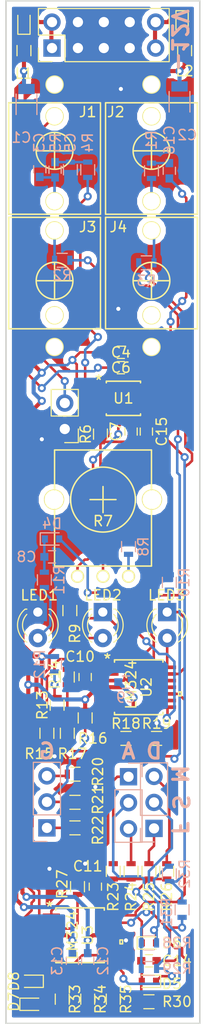
<source format=kicad_pcb>
(kicad_pcb (version 20171130) (host pcbnew "(5.0.0)")
  (layers (0 F.Cu signal) (31 B.Cu signal) (34 B.Paste user) (35 F.Paste user) (36 B.SilkS user) (37 F.SilkS user) (38 B.Mask user) (39 F.Mask user) (44 Edge.Cuts user))
  (net 0 "")
  (net 1 "Net-(U1-Pad1)")
  (net 2 "Net-(D1-Pad2)")
  (net 3 VCC)
  (net 4 "Net-(U1-Pad5)")
  (net 5 AMP_OUT)
  (net 6 VEE)
  (net 7 "Net-(U1-Pad8)")
  (net 8 ENVELOPE)
  (net 9 "Net-(C7-Pad1)")
  (net 10 GND)
  (net 11 FULL_WAVE)
  (net 12 "Net-(D8-Pad2)")
  (net 13 GATE)
  (net 14 CLIP)
  (net 15 "Net-(Gate1-Pad2)")
  (net 16 "Net-(Attack1-Pad2)")
  (net 17 "Net-(D6-Pad2)")
  (net 18 "Net-(J3-Pad3)")
  (net 19 "Net-(Decay1-Pad1)")
  (net 20 "Net-(Decay1-Pad3)")
  (net 21 "Net-(Attack1-Pad3)")
  (net 22 "Net-(Gate1-Pad1)")
  (net 23 "Net-(J4-Pad3)")
  (net 24 "Net-(C8-Pad1)")
  (net 25 "Net-(Gate1-Pad3)")
  (net 26 "Net-(Attack1-Pad1)")
  (net 27 "Net-(C3-Pad1)")
  (net 28 "Net-(J2-Pad2)")
  (net 29 "Net-(J4-Pad2)")
  (net 30 "Net-(J3-Pad2)")
  (net 31 "Net-(J1-Pad2)")
  (net 32 ~GATE)
  (net 33 "Net-(C5-Pad2)")
  (net 34 "Net-(C10-Pad1)")
  (net 35 "Net-(C11-Pad1)")
  (net 36 "Net-(C14-Pad1)")
  (net 37 "Net-(C15-Pad2)")
  (net 38 "Net-(C16-Pad2)")
  (net 39 "Net-(D1-Pad1)")
  (net 40 "Net-(D2-Pad2)")
  (net 41 "Net-(D2-Pad1)")
  (net 42 "Net-(D7-Pad1)")
  (net 43 "Net-(D7-Pad2)")
  (net 44 "Net-(J2-Pad3)")
  (net 45 "Net-(LED1-Pad2)")
  (net 46 "Net-(LED2-Pad2)")
  (net 47 "Net-(LED2-Pad1)")
  (net 48 "Net-(LED3-Pad1)")
  (net 49 "Net-(LED3-Pad2)")
  (net 50 "Net-(R4-Pad1)")
  (net 51 "Net-(R7-Pad3)")
  (net 52 "Net-(R12-Pad2)")
  (net 53 "Net-(R18-Pad2)")
  (module Capacitors_SMD:C_0603 (layer F.Cu) (at 146.75 115.5 90)
    (fp_text reference C10 (at 2 -0.5 180) (layer F.SilkS))
    (fp_text value 68p)
    (pad 2 smd rect (at 0.75 0 90) (size 0.8 0.75) (layers F.Cu F.Paste F.Mask) (net 13 GATE))
    (pad 1 smd rect (at -0.75 0 90) (size 0.8 0.75) (layers F.Cu F.Paste F.Mask) (net 34 "Net-(C10-Pad1)"))
  )
  (module Capacitors_SMD:C_0603 (layer F.Cu) (at 153 143.25 180)
    (fp_text reference C14 (at -2.75 0 180) (layer F.SilkS))
    (fp_text value 1.0n)
    (pad 1 smd rect (at -0.75 0 180) (size 0.8 0.75) (layers F.Cu F.Paste F.Mask) (net 36 "Net-(C14-Pad1)"))
    (pad 2 smd rect (at 0.75 0 180) (size 0.8 0.75) (layers F.Cu F.Paste F.Mask) (net 11 FULL_WAVE))
  )
  (module Capacitors_SMD:C_1206 (layer B.Cu) (at 156 59.25 90)
    (fp_text reference C2 (at -3.25 0.75 180) (layer B.SilkS) (effects (justify mirror)))
    (fp_text value 22u)
    (pad 1 smd rect (at -1.5 0 90) (size 1 1.6) (layers B.Cu B.Paste B.Mask) (net 10 GND))
    (pad 2 smd rect (at 1.5 0 90) (size 1 1.6) (layers B.Cu B.Paste B.Mask) (net 6 VEE))
  )
  (module Capacitors_SMD:C_1206 (layer B.Cu) (at 141 59.5 270)
    (fp_text reference C1 (at 3.25 0.5) (layer B.SilkS) (effects (justify mirror)))
    (fp_text value 22u)
    (pad 2 smd rect (at 1.5 0 270) (size 1 1.6) (layers B.Cu B.Paste B.Mask) (net 10 GND))
    (pad 1 smd rect (at -1.5 0 270) (size 1 1.6) (layers B.Cu B.Paste B.Mask) (net 3 VCC))
  )
  (module Diodes_SMD:D_SOD-523 (layer F.Cu) (at 141.5 147.5)
    (fp_text reference D8 (at -1.75 -2.25 90) (layer F.SilkS))
    (fp_text value D)
    (pad 1 smd rect (at -0.7 0 180) (size 0.6 0.7) (layers F.Cu F.Paste F.Mask) (net 43 "Net-(D7-Pad2)"))
    (pad 2 smd rect (at 0.7 0 180) (size 0.6 0.7) (layers F.Cu F.Paste F.Mask) (net 12 "Net-(D8-Pad2)"))
  )
  (module Eurocad:Alpha9mmPot (layer F.Cu) (at 148.5 98.15)
    (fp_text reference R7 (at 0 2.1) (layer F.SilkS))
    (fp_text value 50kB)
    (pad 1 thru_hole circle (at -2.5 7.5) (size 1.3 1.3) (drill 1) (layers *.Cu *.Mask F.SilkS) (net 5 AMP_OUT))
    (pad 2 thru_hole circle (at 0 7.5) (size 1.3 1.3) (drill 1) (layers *.Cu *.Mask F.SilkS) (net 9 "Net-(C7-Pad1)"))
    (pad 3 thru_hole circle (at 2.5 7.5) (size 1.3 1.3) (drill 1) (layers *.Cu *.Mask F.SilkS) (net 51 "Net-(R7-Pad3)"))
    (pad "" thru_hole circle (at -4.8 0) (size 2 2) (drill 1.8) (layers *.Cu *.Mask F.SilkS))
    (pad "" thru_hole circle (at 4.8 0) (size 2 2) (drill 1.8) (layers *.Cu *.Mask F.SilkS))
  )
  (module Capacitors_SMD:C_0603 (layer B.Cu) (at 155 66 90)
    (fp_text reference C16 (at 3 0 90) (layer B.SilkS) (effects (justify mirror)))
    (fp_text value 4.7u)
    (pad 1 smd rect (at -0.75 0 90) (size 0.8 0.75) (layers B.Cu B.Paste B.Mask) (net 5 AMP_OUT))
    (pad 2 smd rect (at 0.75 0 90) (size 0.8 0.75) (layers B.Cu B.Paste B.Mask) (net 38 "Net-(C16-Pad2)"))
  )
  (module Capacitors_SMD:C_0603 (layer F.Cu) (at 152.75 91.5 270)
    (fp_text reference C15 (at 0 -1.5 270) (layer F.SilkS))
    (fp_text value 4.7u)
    (pad 2 smd rect (at 0.75 0 270) (size 0.8 0.75) (layers F.Cu F.Paste F.Mask) (net 37 "Net-(C15-Pad2)"))
    (pad 1 smd rect (at -0.75 0 270) (size 0.8 0.75) (layers F.Cu F.Paste F.Mask) (net 5 AMP_OUT))
  )
  (module Capacitors_SMD:C_0603 (layer B.Cu) (at 145.5 143.25 270)
    (fp_text reference C13 (at 0 1.5 270) (layer B.SilkS) (effects (justify mirror)))
    (fp_text value 100n)
    (pad 1 smd rect (at -0.75 0 270) (size 0.8 0.75) (layers B.Cu B.Paste B.Mask) (net 3 VCC))
    (pad 2 smd rect (at 0.75 0 270) (size 0.8 0.75) (layers B.Cu B.Paste B.Mask) (net 10 GND))
  )
  (module Capacitors_SMD:C_0603 (layer B.Cu) (at 147 143.25 90)
    (fp_text reference C12 (at 0 1.5 90) (layer B.SilkS) (effects (justify mirror)))
    (fp_text value 100n)
    (pad 2 smd rect (at 0.75 0 90) (size 0.8 0.75) (layers B.Cu B.Paste B.Mask) (net 6 VEE))
    (pad 1 smd rect (at -0.75 0 90) (size 0.8 0.75) (layers B.Cu B.Paste B.Mask) (net 10 GND))
  )
  (module Capacitors_SMD:C_0603 (layer F.Cu) (at 147.75 136 90)
    (fp_text reference C11 (at 2 -0.75 180) (layer F.SilkS))
    (fp_text value 1u)
    (pad 1 smd rect (at -0.75 0 90) (size 0.8 0.75) (layers F.Cu F.Paste F.Mask) (net 35 "Net-(C11-Pad1)"))
    (pad 2 smd rect (at 0.75 0 90) (size 0.8 0.75) (layers F.Cu F.Paste F.Mask) (net 10 GND))
  )
  (module Capacitors_SMD:C_0603 (layer B.Cu) (at 150.75 116)
    (fp_text reference C9 (at 0 1.5) (layer B.SilkS) (effects (justify mirror)))
    (fp_text value 100n)
    (pad 1 smd rect (at -0.75 0) (size 0.8 0.75) (layers B.Cu B.Paste B.Mask) (net 3 VCC))
    (pad 2 smd rect (at 0.75 0) (size 0.8 0.75) (layers B.Cu B.Paste B.Mask) (net 10 GND))
  )
  (module Capacitors_SMD:C_0603 (layer B.Cu) (at 143.5 103.75)
    (fp_text reference C8 (at -2.5 0) (layer B.SilkS) (effects (justify mirror)))
    (fp_text value 1u)
    (pad 2 smd rect (at 0.75 0) (size 0.8 0.75) (layers B.Cu B.Paste B.Mask) (net 10 GND))
    (pad 1 smd rect (at -0.75 0) (size 0.8 0.75) (layers B.Cu B.Paste B.Mask) (net 24 "Net-(C8-Pad1)"))
  )
  (module Capacitors_SMD:C_0603 (layer F.Cu) (at 151.25 91.5 90)
    (fp_text reference C7 (at 0 -1.5 90) (layer F.SilkS))
    (fp_text value 22p)
    (pad 1 smd rect (at -0.75 0 90) (size 0.8 0.75) (layers F.Cu F.Paste F.Mask) (net 9 "Net-(C7-Pad1)"))
    (pad 2 smd rect (at 0.75 0 90) (size 0.8 0.75) (layers F.Cu F.Paste F.Mask) (net 5 AMP_OUT))
  )
  (module Capacitors_SMD:C_0603 (layer F.Cu) (at 150.25 83.75 180)
    (fp_text reference C6 (at 0 -1.5 180) (layer F.SilkS))
    (fp_text value 100n)
    (pad 2 smd rect (at 0.75 0 180) (size 0.8 0.75) (layers F.Cu F.Paste F.Mask) (net 6 VEE))
    (pad 1 smd rect (at -0.75 0 180) (size 0.8 0.75) (layers F.Cu F.Paste F.Mask) (net 10 GND))
  )
  (module Capacitors_SMD:C_0603 (layer B.Cu) (at 143.8 65.9 90)
    (fp_text reference C5 (at 2.65 1.5 90) (layer B.SilkS) (effects (justify mirror)))
    (fp_text value 4.7u)
    (pad 1 smd rect (at -0.75 0 90) (size 0.8 0.75) (layers B.Cu B.Paste B.Mask) (net 27 "Net-(C3-Pad1)"))
    (pad 2 smd rect (at 0.75 0 90) (size 0.8 0.75) (layers B.Cu B.Paste B.Mask) (net 33 "Net-(C5-Pad2)"))
  )
  (module Capacitors_SMD:C_0603 (layer F.Cu) (at 150.25 85.25)
    (fp_text reference C4 (at 0 -1.5) (layer F.SilkS))
    (fp_text value 100n)
    (pad 2 smd rect (at 0.75 0) (size 0.8 0.75) (layers F.Cu F.Paste F.Mask) (net 10 GND))
    (pad 1 smd rect (at -0.75 0) (size 0.8 0.75) (layers F.Cu F.Paste F.Mask) (net 3 VCC))
  )
  (module Capacitors_SMD:C_0603 (layer B.Cu) (at 142.3 65.85 90)
    (fp_text reference C3 (at 2.6 -0.05 90) (layer B.SilkS) (effects (justify mirror)))
    (fp_text value 68p)
    (pad 1 smd rect (at -0.75 0 90) (size 0.8 0.75) (layers B.Cu B.Paste B.Mask) (net 27 "Net-(C3-Pad1)"))
    (pad 2 smd rect (at 0.75 0 90) (size 0.8 0.75) (layers B.Cu B.Paste B.Mask) (net 10 GND))
  )
  (module Inductors_SMD:L_0603 (layer F.Cu) (at 140.75 54.25 270)
    (fp_text reference L1 (at 2.25 0) (layer F.SilkS))
    (fp_text value L_Core_Ferrite)
    (pad 1 smd rect (at -0.75 0 270) (size 0.5 0.9) (layers F.Cu F.Paste F.Mask) (net 39 "Net-(D1-Pad1)"))
    (pad 2 smd rect (at 0.75 0 270) (size 0.5 0.9) (layers F.Cu F.Paste F.Mask) (net 3 VCC))
  )
  (module Inductors_SMD:L_0603 (layer F.Cu) (at 156.5 54.25 270)
    (fp_text reference L2 (at 2 0) (layer F.SilkS))
    (fp_text value L_Core_Ferrite)
    (pad 2 smd rect (at 0.75 0 270) (size 0.5 0.9) (layers F.Cu F.Paste F.Mask) (net 6 VEE))
    (pad 1 smd rect (at -0.75 0 270) (size 0.5 0.9) (layers F.Cu F.Paste F.Mask) (net 40 "Net-(D2-Pad2)"))
  )
  (module Resistors_SMD:R_0603 (layer B.Cu) (at 145.3 65.9 270)
    (fp_text reference R5 (at -2.65 1.45 270) (layer B.SilkS) (effects (justify mirror)))
    (fp_text value 1.0M)
    (pad 1 smd rect (at -0.75 0 270) (size 0.5 0.9) (layers B.Cu B.Paste B.Mask) (net 33 "Net-(C5-Pad2)"))
    (pad 2 smd rect (at 0.75 0 270) (size 0.5 0.9) (layers B.Cu B.Paste B.Mask) (net 10 GND))
  )
  (module Resistors_SMD:R_0603 (layer F.Cu) (at 147 147 270)
    (fp_text reference R34 (at 0 -1.25 270) (layer F.SilkS))
    (fp_text value 100k)
    (pad 2 smd rect (at 0.75 0 270) (size 0.5 0.9) (layers F.Cu F.Paste F.Mask) (net 12 "Net-(D8-Pad2)"))
    (pad 1 smd rect (at -0.75 0 270) (size 0.5 0.9) (layers F.Cu F.Paste F.Mask) (net 36 "Net-(C14-Pad1)"))
  )
  (module Resistors_SMD:R_0603 (layer F.Cu) (at 144.5 147 90)
    (fp_text reference R33 (at 0 1.25 90) (layer F.SilkS))
    (fp_text value 100k)
    (pad 1 smd rect (at -0.75 0 90) (size 0.5 0.9) (layers F.Cu F.Paste F.Mask) (net 12 "Net-(D8-Pad2)"))
    (pad 2 smd rect (at 0.75 0 90) (size 0.5 0.9) (layers F.Cu F.Paste F.Mask) (net 42 "Net-(D7-Pad1)"))
  )
  (module Resistors_SMD:R_0603 (layer B.Cu) (at 155 134.75 270)
    (fp_text reference R32 (at 0 -1.5 270) (layer B.SilkS) (effects (justify mirror)))
    (fp_text value 200k)
    (pad 2 smd rect (at 0.75 0 270) (size 0.5 0.9) (layers B.Cu B.Paste B.Mask) (net 37 "Net-(C15-Pad2)"))
    (pad 1 smd rect (at -0.75 0 270) (size 0.5 0.9) (layers B.Cu B.Paste B.Mask) (net 42 "Net-(D7-Pad1)"))
  )
  (module Resistors_SMD:R_0603 (layer F.Cu) (at 145.75 125)
    (fp_text reference R20 (at 2.25 -0.25 90) (layer F.SilkS))
    (fp_text value 100k)
    (pad 1 smd rect (at -0.75 0) (size 0.5 0.9) (layers F.Cu F.Paste F.Mask) (net 25 "Net-(Gate1-Pad3)"))
    (pad 2 smd rect (at 0.75 0) (size 0.5 0.9) (layers F.Cu F.Paste F.Mask) (net 10 GND))
  )
  (module Resistors_SMD:R_0603 (layer F.Cu) (at 145.75 127.75)
    (fp_text reference R21 (at 2.25 -0.25 270) (layer F.SilkS))
    (fp_text value 100k)
    (pad 2 smd rect (at 0.75 0) (size 0.5 0.9) (layers F.Cu F.Paste F.Mask) (net 10 GND))
    (pad 1 smd rect (at -0.75 0) (size 0.5 0.9) (layers F.Cu F.Paste F.Mask) (net 15 "Net-(Gate1-Pad2)"))
  )
  (module Resistors_SMD:R_0603 (layer B.Cu) (at 156.25 138.25 90)
    (fp_text reference R31 (at -0.25 -1.5 90) (layer B.SilkS) (effects (justify mirror)))
    (fp_text value 200k)
    (pad 1 smd rect (at -0.75 0 90) (size 0.5 0.9) (layers B.Cu B.Paste B.Mask) (net 36 "Net-(C14-Pad1)"))
    (pad 2 smd rect (at 0.75 0 90) (size 0.5 0.9) (layers B.Cu B.Paste B.Mask) (net 37 "Net-(C15-Pad2)"))
  )
  (module Resistors_SMD:R_0603 (layer F.Cu) (at 153 147.25)
    (fp_text reference R30 (at 2.75 0) (layer F.SilkS))
    (fp_text value 200k)
    (pad 2 smd rect (at 0.75 0) (size 0.5 0.9) (layers F.Cu F.Paste F.Mask) (net 36 "Net-(C14-Pad1)"))
    (pad 1 smd rect (at -0.75 0) (size 0.5 0.9) (layers F.Cu F.Paste F.Mask) (net 11 FULL_WAVE))
  )
  (module Resistors_SMD:R_0603 (layer F.Cu) (at 149.5 134.5 90)
    (fp_text reference R23 (at -2.5 0 90) (layer F.SilkS))
    (fp_text value 100k)
    (pad 1 smd rect (at -0.75 0 90) (size 0.5 0.9) (layers F.Cu F.Paste F.Mask) (net 35 "Net-(C11-Pad1)"))
    (pad 2 smd rect (at 0.75 0 90) (size 0.5 0.9) (layers F.Cu F.Paste F.Mask) (net 19 "Net-(Decay1-Pad1)"))
  )
  (module Resistors_SMD:R_0603 (layer F.Cu) (at 151.25 134.5 90)
    (fp_text reference R24 (at -2.5 0 90) (layer F.SilkS))
    (fp_text value 10k)
    (pad 2 smd rect (at 0.75 0 90) (size 0.5 0.9) (layers F.Cu F.Paste F.Mask) (net 20 "Net-(Decay1-Pad3)"))
    (pad 1 smd rect (at -0.75 0 90) (size 0.5 0.9) (layers F.Cu F.Paste F.Mask) (net 35 "Net-(C11-Pad1)"))
  )
  (module Resistors_SMD:R_0603 (layer F.Cu) (at 153 134.5 90)
    (fp_text reference R25 (at -2.5 0 90) (layer F.SilkS))
    (fp_text value 2.7k)
    (pad 1 smd rect (at -0.75 0 90) (size 0.5 0.9) (layers F.Cu F.Paste F.Mask) (net 35 "Net-(C11-Pad1)"))
    (pad 2 smd rect (at 0.75 0 90) (size 0.5 0.9) (layers F.Cu F.Paste F.Mask) (net 26 "Net-(Attack1-Pad1)"))
  )
  (module Resistors_SMD:R_0603 (layer F.Cu) (at 150.75 121.5)
    (fp_text reference R18 (at 0 -1.45) (layer F.SilkS))
    (fp_text value 20k)
    (pad 2 smd rect (at 0.75 0) (size 0.5 0.9) (layers F.Cu F.Paste F.Mask) (net 53 "Net-(R18-Pad2)"))
    (pad 1 smd rect (at -0.75 0) (size 0.5 0.9) (layers F.Cu F.Paste F.Mask) (net 3 VCC))
  )
  (module Resistors_SMD:R_0603 (layer F.Cu) (at 154.75 134.5 90)
    (fp_text reference R26 (at -2.5 0 90) (layer F.SilkS))
    (fp_text value 20k)
    (pad 1 smd rect (at -0.75 0 90) (size 0.5 0.9) (layers F.Cu F.Paste F.Mask) (net 35 "Net-(C11-Pad1)"))
    (pad 2 smd rect (at 0.75 0 90) (size 0.5 0.9) (layers F.Cu F.Paste F.Mask) (net 21 "Net-(Attack1-Pad3)"))
  )
  (module Resistors_SMD:R_0603 (layer F.Cu) (at 146 136 270)
    (fp_text reference R27 (at -0.25 1.5 270) (layer F.SilkS))
    (fp_text value 1.0M)
    (pad 2 smd rect (at 0.75 0 270) (size 0.5 0.9) (layers F.Cu F.Paste F.Mask) (net 35 "Net-(C11-Pad1)"))
    (pad 1 smd rect (at -0.75 0 270) (size 0.5 0.9) (layers F.Cu F.Paste F.Mask) (net 10 GND))
  )
  (module Resistors_SMD:R_0603 (layer B.Cu) (at 153 141.5)
    (fp_text reference R28 (at 2.75 0) (layer B.SilkS) (effects (justify mirror)))
    (fp_text value 430k)
    (pad 1 smd rect (at -0.75 0) (size 0.5 0.9) (layers B.Cu B.Paste B.Mask) (net 35 "Net-(C11-Pad1)"))
    (pad 2 smd rect (at 0.75 0) (size 0.5 0.9) (layers B.Cu B.Paste B.Mask) (net 17 "Net-(D6-Pad2)"))
  )
  (module Resistors_SMD:R_0603 (layer B.Cu) (at 153 144)
    (fp_text reference R29 (at 2.75 0) (layer B.SilkS) (effects (justify mirror)))
    (fp_text value 100k)
    (pad 2 smd rect (at 0.75 0) (size 0.5 0.9) (layers B.Cu B.Paste B.Mask) (net 16 "Net-(Attack1-Pad2)"))
    (pad 1 smd rect (at -0.75 0) (size 0.5 0.9) (layers B.Cu B.Paste B.Mask) (net 35 "Net-(C11-Pad1)"))
  )
  (module Resistors_SMD:R_0603 (layer F.Cu) (at 145 121 90)
    (fp_text reference R17 (at -2 0.5 180) (layer F.SilkS))
    (fp_text value 200k)
    (pad 1 smd rect (at -0.75 0 90) (size 0.5 0.9) (layers F.Cu F.Paste F.Mask) (net 32 ~GATE))
    (pad 2 smd rect (at 0.75 0 90) (size 0.5 0.9) (layers F.Cu F.Paste F.Mask) (net 15 "Net-(Gate1-Pad2)"))
  )
  (module Resistors_SMD:R_0603 (layer F.Cu) (at 153.75 121.5)
    (fp_text reference R19 (at 0 -1.45) (layer F.SilkS))
    (fp_text value 100k)
    (pad 2 smd rect (at 0.75 0) (size 0.5 0.9) (layers F.Cu F.Paste F.Mask) (net 10 GND))
    (pad 1 smd rect (at -0.75 0) (size 0.5 0.9) (layers F.Cu F.Paste F.Mask) (net 53 "Net-(R18-Pad2)"))
  )
  (module Resistors_SMD:R_0603 (layer F.Cu) (at 148.25 91.75 90)
    (fp_text reference R6 (at 0 -1.45 90) (layer F.SilkS))
    (fp_text value 10k)
    (pad 1 smd rect (at -0.75 0 90) (size 0.5 0.9) (layers F.Cu F.Paste F.Mask) (net 9 "Net-(C7-Pad1)"))
    (pad 2 smd rect (at 0.75 0 90) (size 0.5 0.9) (layers F.Cu F.Paste F.Mask) (net 10 GND))
  )
  (module Resistors_SMD:R_0603 (layer B.Cu) (at 147 65.9 90)
    (fp_text reference R4 (at 2.65 0 90) (layer B.SilkS) (effects (justify mirror)))
    (fp_text value 10k)
    (pad 2 smd rect (at 0.75 0 90) (size 0.5 0.9) (layers B.Cu B.Paste B.Mask) (net 33 "Net-(C5-Pad2)"))
    (pad 1 smd rect (at -0.75 0 90) (size 0.5 0.9) (layers B.Cu B.Paste B.Mask) (net 50 "Net-(R4-Pad1)"))
  )
  (module Resistors_SMD:R_0603 (layer B.Cu) (at 152.75 75 180)
    (fp_text reference R3 (at 0 -1.75 180) (layer B.SilkS) (effects (justify mirror)))
    (fp_text value 510)
    (pad 1 smd rect (at -0.75 0 180) (size 0.5 0.9) (layers B.Cu B.Paste B.Mask) (net 23 "Net-(J4-Pad3)"))
    (pad 2 smd rect (at 0.75 0 180) (size 0.5 0.9) (layers B.Cu B.Paste B.Mask) (net 13 GATE))
  )
  (module Resistors_SMD:R_0603 (layer B.Cu) (at 144.5 74.75)
    (fp_text reference R2 (at 0 1.45) (layer B.SilkS) (effects (justify mirror)))
    (fp_text value 510)
    (pad 2 smd rect (at 0.75 0) (size 0.5 0.9) (layers B.Cu B.Paste B.Mask) (net 8 ENVELOPE))
    (pad 1 smd rect (at -0.75 0) (size 0.5 0.9) (layers B.Cu B.Paste B.Mask) (net 18 "Net-(J3-Pad3)"))
  )
  (module Resistors_SMD:R_0603 (layer B.Cu) (at 153.25 66 90)
    (fp_text reference R1 (at 3 0 90) (layer B.SilkS) (effects (justify mirror)))
    (fp_text value 510)
    (pad 1 smd rect (at -0.75 0 90) (size 0.5 0.9) (layers B.Cu B.Paste B.Mask) (net 44 "Net-(J2-Pad3)"))
    (pad 2 smd rect (at 0.75 0 90) (size 0.5 0.9) (layers B.Cu B.Paste B.Mask) (net 38 "Net-(C16-Pad2)"))
  )
  (module Resistors_SMD:R_0603 (layer B.Cu) (at 151 102.75 90)
    (fp_text reference R8 (at 0 1.45 90) (layer B.SilkS) (effects (justify mirror)))
    (fp_text value 510)
    (pad 2 smd rect (at 0.75 0 90) (size 0.5 0.9) (layers B.Cu B.Paste B.Mask) (net 10 GND))
    (pad 1 smd rect (at -0.75 0 90) (size 0.5 0.9) (layers B.Cu B.Paste B.Mask) (net 51 "Net-(R7-Pad3)"))
  )
  (module Resistors_SMD:R_0603 (layer F.Cu) (at 145.25 109 90)
    (fp_text reference R9 (at -2.25 0.5 90) (layer F.SilkS))
    (fp_text value 20k)
    (pad 1 smd rect (at -0.75 0 90) (size 0.5 0.9) (layers F.Cu F.Paste F.Mask) (net 47 "Net-(LED2-Pad1)"))
    (pad 2 smd rect (at 0.75 0 90) (size 0.5 0.9) (layers F.Cu F.Paste F.Mask) (net 10 GND))
  )
  (module Resistors_SMD:R_0603 (layer B.Cu) (at 155 106.25 90)
    (fp_text reference R10 (at 0 1.45 90) (layer B.SilkS) (effects (justify mirror)))
    (fp_text value 10k)
    (pad 2 smd rect (at 0.75 0 90) (size 0.5 0.9) (layers B.Cu B.Paste B.Mask) (net 10 GND))
    (pad 1 smd rect (at -0.75 0 90) (size 0.5 0.9) (layers B.Cu B.Paste B.Mask) (net 48 "Net-(LED3-Pad1)"))
  )
  (module Resistors_SMD:R_0603 (layer B.Cu) (at 142.75 106 90)
    (fp_text reference R11 (at 0 1.45 90) (layer B.SilkS) (effects (justify mirror)))
    (fp_text value 10k)
    (pad 1 smd rect (at -0.75 0 90) (size 0.5 0.9) (layers B.Cu B.Paste B.Mask) (net 45 "Net-(LED1-Pad2)"))
    (pad 2 smd rect (at 0.75 0 90) (size 0.5 0.9) (layers B.Cu B.Paste B.Mask) (net 24 "Net-(C8-Pad1)"))
  )
  (module Resistors_SMD:R_0603 (layer B.Cu) (at 143.75 114.25 270)
    (fp_text reference R12 (at 0 1.45 270) (layer B.SilkS) (effects (justify mirror)))
    (fp_text value 100k)
    (pad 2 smd rect (at 0.75 0 270) (size 0.5 0.9) (layers B.Cu B.Paste B.Mask) (net 52 "Net-(R12-Pad2)"))
    (pad 1 smd rect (at -0.75 0 270) (size 0.5 0.9) (layers B.Cu B.Paste B.Mask) (net 6 VEE))
  )
  (module Resistors_SMD:R_0603 (layer F.Cu) (at 144 118.25 90)
    (fp_text reference R13 (at 0 -1.45 90) (layer F.SilkS))
    (fp_text value 200k)
    (pad 1 smd rect (at -0.75 0 90) (size 0.5 0.9) (layers F.Cu F.Paste F.Mask) (net 34 "Net-(C10-Pad1)"))
    (pad 2 smd rect (at 0.75 0 90) (size 0.5 0.9) (layers F.Cu F.Paste F.Mask) (net 52 "Net-(R12-Pad2)"))
  )
  (module Resistors_SMD:R_0603 (layer F.Cu) (at 145 115.5 270)
    (fp_text reference R14 (at -0.25 1.25 90) (layer F.SilkS))
    (fp_text value 200k)
    (pad 2 smd rect (at 0.75 0 270) (size 0.5 0.9) (layers F.Cu F.Paste F.Mask) (net 34 "Net-(C10-Pad1)"))
    (pad 1 smd rect (at -0.75 0 270) (size 0.5 0.9) (layers F.Cu F.Paste F.Mask) (net 13 GATE))
  )
  (module Resistors_SMD:R_0603 (layer F.Cu) (at 143 121 270)
    (fp_text reference R15 (at 2 0.75) (layer F.SilkS))
    (fp_text value 200k)
    (pad 1 smd rect (at -0.75 0 270) (size 0.5 0.9) (layers F.Cu F.Paste F.Mask) (net 34 "Net-(C10-Pad1)"))
    (pad 2 smd rect (at 0.75 0 270) (size 0.5 0.9) (layers F.Cu F.Paste F.Mask) (net 32 ~GATE))
  )
  (module Resistors_SMD:R_0603 (layer F.Cu) (at 146.75 119.5 90)
    (fp_text reference R16 (at -2 0.75 180) (layer F.SilkS))
    (fp_text value 200k)
    (pad 2 smd rect (at 0.75 0 90) (size 0.5 0.9) (layers F.Cu F.Paste F.Mask) (net 3 VCC))
    (pad 1 smd rect (at -0.75 0 90) (size 0.5 0.9) (layers F.Cu F.Paste F.Mask) (net 15 "Net-(Gate1-Pad2)"))
  )
  (module Resistors_SMD:R_0603 (layer F.Cu) (at 145.75 130.25)
    (fp_text reference R22 (at 2.25 0.25 90) (layer F.SilkS))
    (fp_text value 20k)
    (pad 1 smd rect (at -0.75 0) (size 0.5 0.9) (layers F.Cu F.Paste F.Mask) (net 22 "Net-(Gate1-Pad1)"))
    (pad 2 smd rect (at 0.75 0) (size 0.5 0.9) (layers F.Cu F.Paste F.Mask) (net 10 GND))
  )
  (module Diodes_SMD:D_SOD-523 (layer F.Cu) (at 153 145.25 180)
    (fp_text reference D5 (at -2.25 -0.25 180) (layer F.SilkS))
    (fp_text value D)
    (pad 1 smd rect (at -0.7 0) (size 0.6 0.7) (layers F.Cu F.Paste F.Mask) (net 16 "Net-(Attack1-Pad2)"))
    (pad 2 smd rect (at 0.7 0) (size 0.6 0.7) (layers F.Cu F.Paste F.Mask) (net 11 FULL_WAVE))
  )
  (module Diodes_SMD:D_SOD-523 (layer F.Cu) (at 141.5 145.25 180)
    (fp_text reference D7 (at 1.75 -2 270) (layer F.SilkS))
    (fp_text value D)
    (pad 1 smd rect (at -0.7 0) (size 0.6 0.7) (layers F.Cu F.Paste F.Mask) (net 42 "Net-(D7-Pad1)"))
    (pad 2 smd rect (at 0.7 0) (size 0.6 0.7) (layers F.Cu F.Paste F.Mask) (net 43 "Net-(D7-Pad2)"))
  )
  (module Diodes_SMD:D_SOD-523 (layer F.Cu) (at 156.25 51.5 270)
    (fp_text reference D2 hide)
    (fp_text value D_Schottky)
    (pad 2 smd rect (at 0.7 0 90) (size 0.6 0.7) (layers F.Cu F.Paste F.Mask) (net 40 "Net-(D2-Pad2)"))
    (pad 1 smd rect (at -0.7 0 90) (size 0.6 0.7) (layers F.Cu F.Paste F.Mask) (net 41 "Net-(D2-Pad1)"))
  )
  (module Diodes_SMD:D_SOD-523 (layer F.Cu) (at 140.75 51.5 90)
    (fp_text reference D1 hide)
    (fp_text value D_Schottky)
    (pad 1 smd rect (at -0.7 0 270) (size 0.6 0.7) (layers F.Cu F.Paste F.Mask) (net 39 "Net-(D1-Pad1)"))
    (pad 2 smd rect (at 0.7 0 270) (size 0.6 0.7) (layers F.Cu F.Paste F.Mask) (net 2 "Net-(D1-Pad2)"))
  )
  (module Diodes_SMD:D_SOD-523 (layer B.Cu) (at 143.5 102)
    (fp_text reference D4 (at 0 -1.5) (layer B.SilkS) (effects (justify mirror)))
    (fp_text value D)
    (pad 2 smd rect (at 0.7 0 180) (size 0.6 0.7) (layers B.Cu B.Paste B.Mask) (net 14 CLIP))
    (pad 1 smd rect (at -0.7 0 180) (size 0.6 0.7) (layers B.Cu B.Paste B.Mask) (net 24 "Net-(C8-Pad1)"))
  )
  (module Diodes_SMD:D_SOD-523 (layer F.Cu) (at 153 141.5)
    (fp_text reference D6 (at 2.25 0) (layer F.SilkS))
    (fp_text value D)
    (pad 1 smd rect (at -0.7 0 180) (size 0.6 0.7) (layers F.Cu F.Paste F.Mask) (net 11 FULL_WAVE))
    (pad 2 smd rect (at 0.7 0 180) (size 0.6 0.7) (layers F.Cu F.Paste F.Mask) (net 17 "Net-(D6-Pad2)"))
  )
  (module Eurocad:PJ301M-12 (layer F.Cu) (at 143.75 64.05 180)
    (fp_text reference J1 (at -3.25 3.8 180) (layer F.SilkS))
    (fp_text value PJ301M-12)
    (pad 3 thru_hole circle (at 0 -4.92 180) (size 1.8 1.8) (drill 1.6) (layers *.Cu *.Mask F.SilkS) (net 27 "Net-(C3-Pad1)"))
    (pad 1 thru_hole circle (at 0 6.48 180) (size 1.8 1.8) (drill 1.6) (layers *.Cu *.Mask F.SilkS) (net 10 GND))
    (pad 2 thru_hole circle (at 0 3.38 180) (size 1.8 1.8) (drill 1.6) (layers *.Cu *.Mask F.SilkS) (net 31 "Net-(J1-Pad2)"))
  )
  (module Eurocad:PJ301M-12 (layer F.Cu) (at 153.25 64.05 180)
    (fp_text reference J2 (at 3.5 3.8 180) (layer F.SilkS))
    (fp_text value PJ301M-12)
    (pad 2 thru_hole circle (at 0 3.38 180) (size 1.8 1.8) (drill 1.6) (layers *.Cu *.Mask F.SilkS) (net 28 "Net-(J2-Pad2)"))
    (pad 1 thru_hole circle (at 0 6.48 180) (size 1.8 1.8) (drill 1.6) (layers *.Cu *.Mask F.SilkS) (net 10 GND))
    (pad 3 thru_hole circle (at 0 -4.92 180) (size 1.8 1.8) (drill 1.6) (layers *.Cu *.Mask F.SilkS) (net 44 "Net-(J2-Pad3)"))
  )
  (module Eurocad:PJ301M-12 (layer F.Cu) (at 143.75 76.75)
    (fp_text reference J3 (at 3.25 -5.25) (layer F.SilkS))
    (fp_text value PJ301M-12)
    (pad 3 thru_hole circle (at 0 -4.92) (size 1.8 1.8) (drill 1.6) (layers *.Cu *.Mask F.SilkS) (net 18 "Net-(J3-Pad3)"))
    (pad 1 thru_hole circle (at 0 6.48) (size 1.8 1.8) (drill 1.6) (layers *.Cu *.Mask F.SilkS) (net 10 GND))
    (pad 2 thru_hole circle (at 0 3.38) (size 1.8 1.8) (drill 1.6) (layers *.Cu *.Mask F.SilkS) (net 30 "Net-(J3-Pad2)"))
  )
  (module Eurocad:PJ301M-12 (layer F.Cu) (at 153.25 76.75)
    (fp_text reference J4 (at -3.25 -5.25) (layer F.SilkS))
    (fp_text value PJ301M-12)
    (pad 2 thru_hole circle (at 0 3.38) (size 1.8 1.8) (drill 1.6) (layers *.Cu *.Mask F.SilkS) (net 29 "Net-(J4-Pad2)"))
    (pad 1 thru_hole circle (at 0 6.48) (size 1.8 1.8) (drill 1.6) (layers *.Cu *.Mask F.SilkS) (net 10 GND))
    (pad 3 thru_hole circle (at 0 -4.92) (size 1.8 1.8) (drill 1.6) (layers *.Cu *.Mask F.SilkS) (net 23 "Net-(J4-Pad3)"))
  )
  (module Pin_Headers:Pin_Header_Straight_1x02_Pitch2.54mm (layer F.Cu) (at 144.75 91.25 180)
    (fp_text reference MIC1 hide)
    (fp_text value Conn_01x02)
    (pad 2 thru_hole oval (at 0 2.54 180) (size 1.7 1.7) (drill 1) (layers *.Cu *.Mask) (net 31 "Net-(J1-Pad2)"))
    (pad 1 thru_hole rect (at 0 0 180) (size 1.7 1.7) (drill 1) (layers *.Cu *.Mask) (net 10 GND))
  )
  (module Pin_Headers:Pin_Header_Straight_1x03_Pitch2.54mm (layer B.Cu) (at 153.5 130.3)
    (fp_text reference Attack1 hide)
    (fp_text value Conn_01x03)
    (pad 3 thru_hole oval (at 0 -5.08) (size 1.7 1.7) (drill 1) (layers *.Cu *.Mask) (net 21 "Net-(Attack1-Pad3)"))
    (pad 2 thru_hole oval (at 0 -2.54) (size 1.7 1.7) (drill 1) (layers *.Cu *.Mask) (net 16 "Net-(Attack1-Pad2)"))
    (pad 1 thru_hole rect (at 0 0) (size 1.7 1.7) (drill 1) (layers *.Cu *.Mask) (net 26 "Net-(Attack1-Pad1)"))
  )
  (module Pin_Headers:Pin_Header_Straight_1x03_Pitch2.54mm (layer B.Cu) (at 151 125.25 180)
    (fp_text reference Decay1 hide)
    (fp_text value Conn_01x03)
    (pad 1 thru_hole rect (at 0 0 180) (size 1.7 1.7) (drill 1) (layers *.Cu *.Mask) (net 19 "Net-(Decay1-Pad1)"))
    (pad 2 thru_hole oval (at 0 -2.54 180) (size 1.7 1.7) (drill 1) (layers *.Cu *.Mask) (net 17 "Net-(D6-Pad2)"))
    (pad 3 thru_hole oval (at 0 -5.08 180) (size 1.7 1.7) (drill 1) (layers *.Cu *.Mask) (net 20 "Net-(Decay1-Pad3)"))
  )
  (module Pin_Headers:Pin_Header_Straight_1x03_Pitch2.54mm (layer B.Cu) (at 143 130.25)
    (fp_text reference Gate1 hide)
    (fp_text value Conn_01x03)
    (pad 3 thru_hole oval (at 0 -5.08) (size 1.7 1.7) (drill 1) (layers *.Cu *.Mask) (net 25 "Net-(Gate1-Pad3)"))
    (pad 2 thru_hole oval (at 0 -2.54) (size 1.7 1.7) (drill 1) (layers *.Cu *.Mask) (net 15 "Net-(Gate1-Pad2)"))
    (pad 1 thru_hole rect (at 0 0) (size 1.7 1.7) (drill 1) (layers *.Cu *.Mask) (net 22 "Net-(Gate1-Pad1)"))
  )
  (module UL_LM324PWR:LM324PWR (layer F.Cu) (at 152 116.5)
    (fp_text reference U2 (at 0.75 0 90) (layer F.SilkS))
    (fp_text value LM324 (at -0.75 -0.25 90) (layer F.SilkS))
    (fp_text user * (at -3.0734 -2.75) (layer F.SilkS))
    (pad 14 smd rect (at 2.8194 -1.949999) (size 1.6764 0.3556) (layers F.Cu F.Paste F.Mask) (net 49 "Net-(LED3-Pad2)"))
    (pad 13 smd rect (at 2.8194 -1.3) (size 1.6764 0.3556) (layers F.Cu F.Paste F.Mask) (net 48 "Net-(LED3-Pad1)"))
    (pad 12 smd rect (at 2.8194 -0.649999) (size 1.6764 0.3556) (layers F.Cu F.Paste F.Mask) (net 13 GATE))
    (pad 11 smd rect (at 2.8194 0) (size 1.6764 0.3556) (layers F.Cu F.Paste F.Mask) (net 10 GND))
    (pad 10 smd rect (at 2.8194 0.650001) (size 1.6764 0.3556) (layers F.Cu F.Paste F.Mask) (net 11 FULL_WAVE))
    (pad 9 smd rect (at 2.8194 1.3) (size 1.6764 0.3556) (layers F.Cu F.Paste F.Mask) (net 53 "Net-(R18-Pad2)"))
    (pad 8 smd rect (at 2.8194 1.950001) (size 1.6764 0.3556) (layers F.Cu F.Paste F.Mask) (net 14 CLIP))
    (pad 7 smd rect (at -2.8194 1.949999) (size 1.6764 0.3556) (layers F.Cu F.Paste F.Mask) (net 32 ~GATE))
    (pad 6 smd rect (at -2.8194 1.3) (size 1.6764 0.3556) (layers F.Cu F.Paste F.Mask) (net 8 ENVELOPE))
    (pad 5 smd rect (at -2.8194 0.649999) (size 1.6764 0.3556) (layers F.Cu F.Paste F.Mask) (net 15 "Net-(Gate1-Pad2)"))
    (pad 4 smd rect (at -2.8194 0) (size 1.6764 0.3556) (layers F.Cu F.Paste F.Mask) (net 3 VCC))
    (pad 3 smd rect (at -2.8194 -0.649999) (size 1.6764 0.3556) (layers F.Cu F.Paste F.Mask) (net 10 GND))
    (pad 2 smd rect (at -2.8194 -1.3) (size 1.6764 0.3556) (layers F.Cu F.Paste F.Mask) (net 34 "Net-(C10-Pad1)"))
    (pad 1 smd rect (at -2.8194 -1.950001) (size 1.6764 0.3556) (layers F.Cu F.Paste F.Mask) (net 13 GATE))
  )
  (module UL_LM324PWR:LM324PWR (layer F.Cu) (at 146.25 140.75)
    (fp_text reference U3 (at 0.75 0 90) (layer F.SilkS))
    (fp_text value LM324 (at -0.75 0 90) (layer F.SilkS))
    (fp_text user * (at -3 -2.75) (layer F.SilkS))
    (pad 1 smd rect (at -2.8194 -1.950001) (size 1.6764 0.3556) (layers F.Cu F.Paste F.Mask) (net 8 ENVELOPE))
    (pad 2 smd rect (at -2.8194 -1.3) (size 1.6764 0.3556) (layers F.Cu F.Paste F.Mask) (net 8 ENVELOPE))
    (pad 3 smd rect (at -2.8194 -0.649999) (size 1.6764 0.3556) (layers F.Cu F.Paste F.Mask) (net 35 "Net-(C11-Pad1)"))
    (pad 4 smd rect (at -2.8194 0) (size 1.6764 0.3556) (layers F.Cu F.Paste F.Mask) (net 3 VCC))
    (pad 5 smd rect (at -2.8194 0.649999) (size 1.6764 0.3556) (layers F.Cu F.Paste F.Mask) (net 8 ENVELOPE))
    (pad 6 smd rect (at -2.8194 1.3) (size 1.6764 0.3556) (layers F.Cu F.Paste F.Mask) (net 47 "Net-(LED2-Pad1)"))
    (pad 7 smd rect (at -2.8194 1.949999) (size 1.6764 0.3556) (layers F.Cu F.Paste F.Mask) (net 46 "Net-(LED2-Pad2)"))
    (pad 8 smd rect (at 2.8194 1.950001) (size 1.6764 0.3556) (layers F.Cu F.Paste F.Mask) (net 43 "Net-(D7-Pad2)"))
    (pad 9 smd rect (at 2.8194 1.3) (size 1.6764 0.3556) (layers F.Cu F.Paste F.Mask) (net 42 "Net-(D7-Pad1)"))
    (pad 10 smd rect (at 2.8194 0.650001) (size 1.6764 0.3556) (layers F.Cu F.Paste F.Mask) (net 10 GND))
    (pad 11 smd rect (at 2.8194 0) (size 1.6764 0.3556) (layers F.Cu F.Paste F.Mask) (net 6 VEE))
    (pad 12 smd rect (at 2.8194 -0.649999) (size 1.6764 0.3556) (layers F.Cu F.Paste F.Mask) (net 10 GND))
    (pad 13 smd rect (at 2.8194 -1.3) (size 1.6764 0.3556) (layers F.Cu F.Paste F.Mask) (net 36 "Net-(C14-Pad1)"))
    (pad 14 smd rect (at 2.8194 -1.949999) (size 1.6764 0.3556) (layers F.Cu F.Paste F.Mask) (net 11 FULL_WAVE))
  )
  (module footprints:OPA1641AIDGKR (layer F.Cu) (at 150.5 88.25)
    (fp_text reference U1 (at 0 0) (layer F.SilkS))
    (fp_text value OPA1641 hide)
    (fp_text user * (at -2.4257 -1.75) (layer F.SilkS))
    (pad 1 smd rect (at -2.1717 -0.974999) (size 1.4224 0.4318) (layers F.Cu F.Paste F.Mask) (net 1 "Net-(U1-Pad1)"))
    (pad 2 smd rect (at -2.1717 -0.325001) (size 1.4224 0.4318) (layers F.Cu F.Paste F.Mask) (net 9 "Net-(C7-Pad1)"))
    (pad 3 smd rect (at -2.1717 0.325001) (size 1.4224 0.4318) (layers F.Cu F.Paste F.Mask) (net 50 "Net-(R4-Pad1)"))
    (pad 4 smd rect (at -2.1717 0.974999) (size 1.4224 0.4318) (layers F.Cu F.Paste F.Mask) (net 6 VEE))
    (pad 5 smd rect (at 2.1717 0.974999) (size 1.4224 0.4318) (layers F.Cu F.Paste F.Mask) (net 4 "Net-(U1-Pad5)"))
    (pad 6 smd rect (at 2.1717 0.325001) (size 1.4224 0.4318) (layers F.Cu F.Paste F.Mask) (net 5 AMP_OUT))
    (pad 7 smd rect (at 2.1717 -0.325001) (size 1.4224 0.4318) (layers F.Cu F.Paste F.Mask) (net 3 VCC))
    (pad 8 smd rect (at 2.1717 -0.974999) (size 1.4224 0.4318) (layers F.Cu F.Paste F.Mask) (net 7 "Net-(U1-Pad8)"))
  )
  (module Pin_Headers:Pin_Header_Straight_2x05_Pitch2.54mm (layer F.Cu) (at 143.5 54 90)
    (fp_text reference JP4 hide)
    (fp_text value Conn_02x05_Odd_Even)
    (pad 10 thru_hole oval (at 2.54 10.16 90) (size 1.7 1.7) (drill 1) (layers *.Cu *.Mask) (net 41 "Net-(D2-Pad1)"))
    (pad 9 thru_hole oval (at 0 10.16 90) (size 1.7 1.7) (drill 1) (layers *.Cu *.Mask) (net 41 "Net-(D2-Pad1)"))
    (pad 8 thru_hole oval (at 2.54 7.62 90) (size 1.7 1.7) (drill 1) (layers *.Cu *.Mask) (net 10 GND))
    (pad 7 thru_hole oval (at 0 7.62 90) (size 1.7 1.7) (drill 1) (layers *.Cu *.Mask) (net 10 GND))
    (pad 6 thru_hole oval (at 2.54 5.08 90) (size 1.7 1.7) (drill 1) (layers *.Cu *.Mask) (net 10 GND))
    (pad 5 thru_hole oval (at 0 5.08 90) (size 1.7 1.7) (drill 1) (layers *.Cu *.Mask) (net 10 GND))
    (pad 4 thru_hole oval (at 2.54 2.54 90) (size 1.7 1.7) (drill 1) (layers *.Cu *.Mask) (net 10 GND))
    (pad 3 thru_hole oval (at 0 2.54 90) (size 1.7 1.7) (drill 1) (layers *.Cu *.Mask) (net 10 GND))
    (pad 2 thru_hole oval (at 2.54 0 90) (size 1.7 1.7) (drill 1) (layers *.Cu *.Mask) (net 2 "Net-(D1-Pad2)"))
    (pad 1 thru_hole rect (at 0 0 90) (size 1.7 1.7) (drill 1) (layers *.Cu *.Mask) (net 2 "Net-(D1-Pad2)"))
  )
  (module LEDs:LED_D3.0mm (layer F.Cu) (at 142.11 109.15 270)
    (fp_text reference LED1 (at -1.65 -0.14) (layer F.SilkS))
    (fp_text value LED)
    (pad 2 thru_hole circle (at 2.54 0 270) (size 1.8 1.8) (drill 0.9) (layers *.Cu *.Mask) (net 45 "Net-(LED1-Pad2)"))
    (pad 1 thru_hole rect (at 0 0 270) (size 1.8 1.8) (drill 0.9) (layers *.Cu *.Mask) (net 10 GND))
  )
  (module LEDs:LED_D3.0mm (layer F.Cu) (at 148.48 109.15 270)
    (fp_text reference LED2 (at -1.65 -0.02) (layer F.SilkS))
    (fp_text value LED)
    (pad 2 thru_hole circle (at 2.54 0 270) (size 1.8 1.8) (drill 0.9) (layers *.Cu *.Mask) (net 46 "Net-(LED2-Pad2)"))
    (pad 1 thru_hole rect (at 0 0 270) (size 1.8 1.8) (drill 0.9) (layers *.Cu *.Mask) (net 47 "Net-(LED2-Pad1)"))
  )
  (module LEDs:LED_D3.0mm (layer F.Cu) (at 154.79 109.15 270)
    (fp_text reference LED3 (at -1.65 0.04) (layer F.SilkS))
    (fp_text value LED)
    (pad 1 thru_hole rect (at 0 0 270) (size 1.8 1.8) (drill 0.9) (layers *.Cu *.Mask) (net 48 "Net-(LED3-Pad1)"))
    (pad 2 thru_hole circle (at 2.54 0 270) (size 1.8 1.8) (drill 0.9) (layers *.Cu *.Mask) (net 49 "Net-(LED3-Pad2)"))
  )
  (module Resistors_SMD:R_0603 (layer F.Cu) (at 149.5 147 270)
    (fp_text reference R35 (at 0 -1.25 270) (layer F.SilkS))
    (fp_text value 100k)
    (pad 2 smd rect (at 0.75 0 270) (size 0.5 0.9) (layers F.Cu F.Paste F.Mask) (net 12 "Net-(D8-Pad2)"))
    (pad 1 smd rect (at -0.75 0 270) (size 0.5 0.9) (layers F.Cu F.Paste F.Mask) (net 36 "Net-(C14-Pad1)"))
  )
  (gr_text -12V (at 156 53.25 270) (layer B.SilkS) (effects (font (size 1.5 1.5) (thickness 0.3)) (justify mirror)))
  (gr_text M (at 156 125 270) (layer B.SilkS) (effects (font (size 1.5 1.5) (thickness 0.3)) (justify mirror)))
  (gr_text S (at 156.25 127.75 90) (layer B.SilkS) (effects (font (size 1.5 1.5) (thickness 0.3)) (justify mirror)))
  (gr_text F (at 156 130.25 270) (layer B.SilkS) (effects (font (size 1.5 1.5) (thickness 0.3)) (justify mirror)))
  (gr_text G (at 143 122.75) (layer B.SilkS) (effects (font (size 1.5 1.5) (thickness 0.3)) (justify mirror)))
  (gr_text "D\n" (at 153.5 122.75) (layer B.SilkS) (effects (font (size 1.5 1.5) (thickness 0.3)) (justify mirror)))
  (gr_text A (at 151 122.75) (layer B.SilkS) (effects (font (size 1.5 1.5) (thickness 0.3)) (justify mirror)))
  (gr_line (start 138.989 149.37516) (end 138.989 49.37516) (layer Edge.Cuts) (width 0.15))
  (gr_line (start 138.989 149.37516) (end 157.989 149.37516) (layer Edge.Cuts) (width 0.15))
  (gr_line (start 157.989 49.37516) (end 157.989 149.37516) (layer Edge.Cuts) (width 0.15))
  (gr_line (start 138.989 49.37516) (end 157.989 49.37516) (layer Edge.Cuts) (width 0.15))
  (segment (start 146 104.730762) (end 146.71548 104.015282) (width 0.25) (layer F.Cu) (net 5))
  (segment (start 146 105.65) (end 146 104.730762) (width 0.25) (layer F.Cu) (net 5))
  (segment (start 143.75 68.97) (end 143.75 67.82432) (width 0.25) (layer B.Cu) (net 27))
  (segment (start 153.59888 51.36388) (end 153.59888 53.90388) (width 0.4) (layer F.Cu) (net 41))
  (segment (start 153.59888 51.36388) (end 154.01036 51.36388) (width 0.4) (layer F.Cu) (net 41))
  (segment (start 143.43888 51.36388) (end 142.9004 51.36388) (width 0.25) (layer F.Cu) (net 2))
  (segment (start 143.43888 51.36388) (end 142.80388 51.36388) (width 0.25) (layer F.Cu) (net 2))
  (segment (start 143.43888 51.36388) (end 142.91056 51.36388) (width 0.4) (layer F.Cu) (net 2))
  (segment (start 143.43888 51.36388) (end 143.43888 53.90388) (width 0.4) (layer F.Cu) (net 2))
  (segment (start 143.5 51.46) (end 142.21 51.46) (width 0.4) (layer F.Cu) (net 2))
  (segment (start 141.55 50.8) (end 140.75 50.8) (width 0.4) (layer F.Cu) (net 2))
  (segment (start 142.21 51.46) (end 141.55 50.8) (width 0.4) (layer F.Cu) (net 2))
  (via (at 140.75 56.25) (size 0.8) (drill 0.4) (layers F.Cu B.Cu) (net 3))
  (segment (start 140.75 55) (end 140.75 56.25) (width 0.4) (layer F.Cu) (net 3))
  (segment (start 140.75 57.75) (end 141 58) (width 0.4) (layer B.Cu) (net 3))
  (segment (start 140.75 56.25) (end 140.75 57.75) (width 0.4) (layer B.Cu) (net 3))
  (via (at 140.75 138) (size 0.8) (drill 0.4) (layers F.Cu B.Cu) (net 3))
  (segment (start 140.5 137.75) (end 140.75 138) (width 0.4) (layer F.Cu) (net 3))
  (via (at 145.5 141.25) (size 0.8) (drill 0.4) (layers F.Cu B.Cu) (net 3))
  (segment (start 145 140.75) (end 145.5 141.25) (width 0.4) (layer F.Cu) (net 3))
  (segment (start 143.4306 140.75) (end 145 140.75) (width 0.4) (layer F.Cu) (net 3))
  (segment (start 145.5 142.5) (end 145.5 141.25) (width 0.4) (layer B.Cu) (net 3))
  (segment (start 144.5 138) (end 140.75 138) (width 0.4) (layer B.Cu) (net 3))
  (segment (start 145 138) (end 144.5 138) (width 0.4) (layer B.Cu) (net 3))
  (segment (start 145.5 141.25) (end 145.5 138.5) (width 0.4) (layer B.Cu) (net 3))
  (segment (start 145.5 138.5) (end 145 138) (width 0.4) (layer B.Cu) (net 3))
  (segment (start 150.5 116.5) (end 149.1806 116.5) (width 0.4) (layer F.Cu) (net 3))
  (segment (start 151.5 117.5) (end 151.5 117.5) (width 0.4) (layer F.Cu) (net 3))
  (segment (start 151.5 119.75) (end 151.5 117.5) (width 0.4) (layer F.Cu) (net 3))
  (segment (start 150 121.25) (end 151.5 119.75) (width 0.4) (layer F.Cu) (net 3))
  (segment (start 150 121.5) (end 150 121.25) (width 0.4) (layer F.Cu) (net 3))
  (segment (start 151 117) (end 150.75 116.75) (width 0.4) (layer F.Cu) (net 3))
  (segment (start 150.75 116.75) (end 150.5 116.5) (width 0.4) (layer F.Cu) (net 3))
  (segment (start 151.5 117.5) (end 150.75 116.75) (width 0.4) (layer F.Cu) (net 3))
  (via (at 151.5 117.5) (size 0.8) (drill 0.4) (layers F.Cu B.Cu) (net 3))
  (segment (start 146.75 117.6924) (end 146.75 117.6924) (width 0.4) (layer F.Cu) (net 3))
  (segment (start 149.1806 116.5) (end 147.9424 116.5) (width 0.4) (layer F.Cu) (net 3))
  (segment (start 147.9424 116.5) (end 146.75 117.6924) (width 0.4) (layer F.Cu) (net 3))
  (segment (start 151.5 117.5) (end 150 116) (width 0.4) (layer B.Cu) (net 3))
  (via (at 141.17499 116.25) (size 0.8) (drill 0.4) (layers F.Cu B.Cu) (net 3))
  (segment (start 140 137.25) (end 140.75 138) (width 0.4) (layer F.Cu) (net 3))
  (segment (start 140 119) (end 140 137.25) (width 0.4) (layer F.Cu) (net 3))
  (segment (start 141.17499 117.82501) (end 140 119) (width 0.4) (layer F.Cu) (net 3))
  (segment (start 141.17499 116.25) (end 141.17499 117.82501) (width 0.4) (layer F.Cu) (net 3))
  (segment (start 140.75 57.25) (end 140.75 56.25) (width 0.4) (layer F.Cu) (net 3))
  (segment (start 140 58) (end 140.75 57.25) (width 0.4) (layer F.Cu) (net 3))
  (segment (start 141.17499 114.17499) (end 140 113) (width 0.4) (layer F.Cu) (net 3))
  (segment (start 141.17499 116.25) (end 141.17499 114.17499) (width 0.4) (layer F.Cu) (net 3))
  (segment (start 141.17499 116.25) (end 142.184315 116.25) (width 0.4) (layer B.Cu) (net 3))
  (segment (start 142.184315 116.25) (end 143.434315 117.5) (width 0.4) (layer B.Cu) (net 3))
  (segment (start 146.75 117.6924) (end 146.75 118.75) (width 0.4) (layer F.Cu) (net 3))
  (via (at 146.75 117.6924) (size 0.8) (drill 0.4) (layers F.Cu B.Cu) (net 3))
  (segment (start 143.626715 117.6924) (end 143.434315 117.5) (width 0.4) (layer B.Cu) (net 3))
  (segment (start 146.75 117.6924) (end 143.626715 117.6924) (width 0.4) (layer B.Cu) (net 3))
  (segment (start 140 113) (end 140 84) (width 0.4) (layer F.Cu) (net 3))
  (via (at 142.5 87.25) (size 0.8) (drill 0.4) (layers F.Cu B.Cu) (net 3))
  (segment (start 149.367845 85.117845) (end 149.5 85.25) (width 0.25) (layer F.Cu) (net 3))
  (via (at 148 85.25) (size 0.8) (drill 0.4) (layers F.Cu B.Cu) (net 3))
  (segment (start 146.233203 85.600001) (end 147.649999 85.600001) (width 0.25) (layer B.Cu) (net 3))
  (segment (start 147.649999 85.600001) (end 148 85.25) (width 0.25) (layer B.Cu) (net 3))
  (segment (start 148 85.25) (end 149.5 85.25) (width 0.25) (layer F.Cu) (net 3))
  (segment (start 149.5 85.875) (end 149.5 85.25) (width 0.25) (layer F.Cu) (net 3))
  (segment (start 151.549999 87.924999) (end 149.5 85.875) (width 0.25) (layer F.Cu) (net 3))
  (segment (start 152.6717 87.924999) (end 151.549999 87.924999) (width 0.25) (layer F.Cu) (net 3))
  (segment (start 144.149999 85.600001) (end 142.5 87.25) (width 0.25) (layer B.Cu) (net 3))
  (segment (start 145.75 85.600001) (end 144.149999 85.600001) (width 0.25) (layer B.Cu) (net 3))
  (segment (start 145.75 85.600001) (end 146.233203 85.600001) (width 0.25) (layer B.Cu) (net 3))
  (segment (start 145.600001 85.600001) (end 145.75 85.600001) (width 0.25) (layer B.Cu) (net 3))
  (segment (start 140 84.75) (end 140 83.25) (width 0.25) (layer F.Cu) (net 3))
  (segment (start 142.5 87.25) (end 140 84.75) (width 0.25) (layer F.Cu) (net 3))
  (segment (start 140 84) (end 140 83.25) (width 0.4) (layer F.Cu) (net 3))
  (segment (start 140 83.25) (end 140 58) (width 0.4) (layer F.Cu) (net 3))
  (segment (start 151.25 90.75) (end 152.75 90.75) (width 0.25) (layer F.Cu) (net 5))
  (segment (start 153.375 90.75) (end 154.25 89.875) (width 0.25) (layer F.Cu) (net 5))
  (segment (start 152.75 90.75) (end 153.375 90.75) (width 0.25) (layer F.Cu) (net 5))
  (segment (start 153.6329 88.575001) (end 152.6717 88.575001) (width 0.25) (layer F.Cu) (net 5))
  (segment (start 154.25 89.875) (end 154.25 89.192101) (width 0.25) (layer F.Cu) (net 5))
  (segment (start 146.71548 104.015282) (end 146.984718 104.015282) (width 0.25) (layer F.Cu) (net 5))
  (segment (start 146.984718 104.015282) (end 148 103) (width 0.25) (layer F.Cu) (net 5))
  (segment (start 148 103) (end 148 96.25) (width 0.25) (layer F.Cu) (net 5))
  (via (at 147.525 94.25) (size 0.8) (drill 0.4) (layers F.Cu B.Cu) (net 5))
  (segment (start 148 96.25) (end 147.525 95.775) (width 0.25) (layer F.Cu) (net 5))
  (segment (start 147.525 95.775) (end 147.525 94.25) (width 0.25) (layer F.Cu) (net 5))
  (via (at 150 91.75) (size 0.8) (drill 0.4) (layers F.Cu B.Cu) (net 5))
  (segment (start 147.525 94.25) (end 150 91.775) (width 0.25) (layer B.Cu) (net 5))
  (segment (start 150 91.775) (end 150 91.75) (width 0.25) (layer B.Cu) (net 5))
  (segment (start 150 91.75) (end 150 91) (width 0.25) (layer F.Cu) (net 5))
  (segment (start 150.25 90.75) (end 151.25 90.75) (width 0.25) (layer F.Cu) (net 5))
  (segment (start 150 91) (end 150.25 90.75) (width 0.25) (layer F.Cu) (net 5))
  (segment (start 154.057899 89) (end 154.057899 88.942101) (width 0.25) (layer F.Cu) (net 5))
  (segment (start 154.057899 89) (end 153.6329 88.575001) (width 0.25) (layer F.Cu) (net 5))
  (segment (start 154.25 89.192101) (end 154.057899 89) (width 0.25) (layer F.Cu) (net 5))
  (via (at 155.123002 80.75) (size 0.8) (drill 0.4) (layers F.Cu B.Cu) (net 5))
  (segment (start 154.057899 88.942101) (end 155.123002 87.876998) (width 0.25) (layer F.Cu) (net 5))
  (segment (start 155.123002 87.876998) (end 155.123002 80.75) (width 0.25) (layer F.Cu) (net 5))
  (via (at 156.262653 78.737347) (size 0.8) (drill 0.4) (layers F.Cu B.Cu) (net 5))
  (segment (start 155.123002 80.75) (end 155.123002 79.876998) (width 0.25) (layer B.Cu) (net 5))
  (segment (start 155.123002 79.876998) (end 156.262653 78.737347) (width 0.25) (layer B.Cu) (net 5))
  (segment (start 156.262653 78.737347) (end 156.662652 78.337348) (width 0.25) (layer F.Cu) (net 5))
  (segment (start 156.662652 78.337348) (end 156.662652 68.662652) (width 0.25) (layer F.Cu) (net 5))
  (via (at 156.25 68.25) (size 0.8) (drill 0.4) (layers F.Cu B.Cu) (net 5))
  (segment (start 156.662652 68.662652) (end 156.25 68.25) (width 0.25) (layer F.Cu) (net 5))
  (segment (start 156.25 68) (end 155 66.75) (width 0.25) (layer B.Cu) (net 5))
  (segment (start 156.25 68.25) (end 156.25 68) (width 0.25) (layer B.Cu) (net 5))
  (via (at 156 56.25) (size 0.8) (drill 0.4) (layers F.Cu B.Cu) (net 6))
  (segment (start 156.5 55) (end 156.5 55.75) (width 0.4) (layer F.Cu) (net 6))
  (segment (start 156.5 55.75) (end 156 56.25) (width 0.4) (layer F.Cu) (net 6))
  (segment (start 156 56.25) (end 156 57.75) (width 0.4) (layer B.Cu) (net 6))
  (segment (start 155.0408 56.25) (end 154.6454 55.8546) (width 0.4) (layer F.Cu) (net 6))
  (segment (start 156 56.25) (end 155.0408 56.25) (width 0.4) (layer F.Cu) (net 6))
  (segment (start 154.6454 55.8546) (end 148.80336 55.8546) (width 0.4) (layer F.Cu) (net 6))
  (segment (start 148.80336 55.8546) (end 145.5166 59.14136) (width 0.4) (layer F.Cu) (net 6))
  (segment (start 145.5166 59.14136) (end 141.85864 59.14136) (width 0.4) (layer F.Cu) (net 6))
  (segment (start 141.85864 59.14136) (end 140.60001 60.39999) (width 0.4) (layer F.Cu) (net 6))
  (via (at 141 137) (size 0.8) (drill 0.4) (layers F.Cu B.Cu) (net 6))
  (segment (start 141 137) (end 145.75 137) (width 0.4) (layer B.Cu) (net 6))
  (via (at 147 141.25) (size 0.8) (drill 0.4) (layers F.Cu B.Cu) (net 6))
  (segment (start 145.75 137) (end 147 138.25) (width 0.4) (layer B.Cu) (net 6))
  (segment (start 147.5 140.75) (end 149.0694 140.75) (width 0.4) (layer F.Cu) (net 6))
  (segment (start 147 141.25) (end 147.5 140.75) (width 0.4) (layer F.Cu) (net 6))
  (segment (start 147 138.25) (end 147 141.25) (width 0.4) (layer B.Cu) (net 6))
  (segment (start 147 141.25) (end 147 142.5) (width 0.4) (layer B.Cu) (net 6))
  (segment (start 141 137) (end 140.60001 136.60001) (width 0.4) (layer F.Cu) (net 6))
  (via (at 142.5 113.5) (size 0.8) (drill 0.4) (layers F.Cu B.Cu) (net 6))
  (segment (start 141.75 113.5) (end 142.5 113.5) (width 0.4) (layer F.Cu) (net 6))
  (segment (start 140.60001 112.35001) (end 141.75 113.5) (width 0.4) (layer F.Cu) (net 6))
  (segment (start 141.97499 118.02501) (end 141.97499 115.02501) (width 0.4) (layer F.Cu) (net 6))
  (segment (start 142.5 113.5) (end 142.5 114.5) (width 0.4) (layer F.Cu) (net 6))
  (segment (start 141.97499 115.02501) (end 142.5 114.5) (width 0.4) (layer F.Cu) (net 6))
  (segment (start 140.60001 119.39999) (end 140.60001 119.75) (width 0.4) (layer F.Cu) (net 6))
  (segment (start 141.25 118.75) (end 141.97499 118.02501) (width 0.4) (layer F.Cu) (net 6))
  (segment (start 140.75 119.25) (end 141.25 118.75) (width 0.4) (layer F.Cu) (net 6))
  (segment (start 140.60001 119.39999) (end 141.25 118.75) (width 0.4) (layer F.Cu) (net 6))
  (segment (start 140.60001 120) (end 140.60001 119.39999) (width 0.4) (layer F.Cu) (net 6))
  (segment (start 140.60001 120) (end 140.60001 119.75) (width 0.4) (layer F.Cu) (net 6))
  (segment (start 140.60001 136.60001) (end 140.60001 120) (width 0.4) (layer F.Cu) (net 6))
  (segment (start 142.5 113.5) (end 143.75 113.5) (width 0.4) (layer B.Cu) (net 6))
  (segment (start 140.60001 83.25) (end 140.60001 83.625316) (width 0.4) (layer F.Cu) (net 6))
  (segment (start 140.60001 60.39999) (end 140.60001 83.25) (width 0.4) (layer F.Cu) (net 6))
  (segment (start 140.60001 83.625316) (end 140.625316 83.625316) (width 0.4) (layer F.Cu) (net 6))
  (via (at 142.5 85.75) (size 0.8) (drill 0.4) (layers F.Cu B.Cu) (net 6))
  (via (at 145.5 84.5) (size 0.8) (drill 0.4) (layers F.Cu B.Cu) (net 6))
  (segment (start 145 85) (end 145.5 84.5) (width 0.25) (layer B.Cu) (net 6))
  (segment (start 147.3671 89.224999) (end 148.3283 89.224999) (width 0.25) (layer F.Cu) (net 6))
  (segment (start 145.925001 87.7829) (end 147.3671 89.224999) (width 0.25) (layer F.Cu) (net 6))
  (segment (start 145.925001 84.925001) (end 145.925001 87.7829) (width 0.25) (layer F.Cu) (net 6))
  (segment (start 145.5 84.5) (end 145.925001 84.925001) (width 0.25) (layer F.Cu) (net 6))
  (segment (start 145.5 84.5) (end 146.25 83.75) (width 0.25) (layer F.Cu) (net 6))
  (segment (start 146.25 83.75) (end 147.25 83.75) (width 0.25) (layer F.Cu) (net 6))
  (segment (start 147 83.75) (end 147.25 83.75) (width 0.25) (layer F.Cu) (net 6))
  (segment (start 147.25 83.75) (end 149.5 83.75) (width 0.25) (layer F.Cu) (net 6))
  (segment (start 143.25 85) (end 142.5 85.75) (width 0.25) (layer B.Cu) (net 6))
  (segment (start 145 85) (end 143.25 85) (width 0.25) (layer B.Cu) (net 6))
  (via (at 142.5 88.5) (size 0.8) (drill 0.4) (layers F.Cu B.Cu) (net 6))
  (segment (start 141.699999 87.699999) (end 142.5 88.5) (width 0.4) (layer B.Cu) (net 6))
  (segment (start 142.5 85.75) (end 141.699999 86.550001) (width 0.4) (layer B.Cu) (net 6))
  (segment (start 141.699999 86.550001) (end 141.699999 87.699999) (width 0.4) (layer B.Cu) (net 6))
  (segment (start 141 90) (end 140.60001 90) (width 0.4) (layer F.Cu) (net 6))
  (segment (start 142.5 88.5) (end 141 90) (width 0.4) (layer F.Cu) (net 6))
  (segment (start 140.60001 90) (end 140.60001 112.35001) (width 0.4) (layer F.Cu) (net 6))
  (segment (start 140.60001 83.85001) (end 142.5 85.75) (width 0.4) (layer F.Cu) (net 6))
  (segment (start 140.60001 83.625316) (end 140.60001 83.85001) (width 0.4) (layer F.Cu) (net 6))
  (segment (start 142.3424 141.399999) (end 142 141.057599) (width 0.25) (layer F.Cu) (net 8))
  (segment (start 143.4306 141.399999) (end 142.3424 141.399999) (width 0.25) (layer F.Cu) (net 8))
  (segment (start 143.4306 139.45) (end 143.4306 138.799999) (width 0.25) (layer F.Cu) (net 8))
  (segment (start 142.3424 139.45) (end 143.4306 139.45) (width 0.25) (layer F.Cu) (net 8))
  (segment (start 142 139.7924) (end 142.3424 139.45) (width 0.25) (layer F.Cu) (net 8))
  (segment (start 142 141.057599) (end 142 139.7924) (width 0.25) (layer F.Cu) (net 8))
  (segment (start 150.75 119) (end 150.75 118.2812) (width 0.25) (layer F.Cu) (net 8))
  (segment (start 149 120.75) (end 150.75 119) (width 0.25) (layer F.Cu) (net 8))
  (segment (start 143.4306 138.799999) (end 143.4306 138.372199) (width 0.25) (layer F.Cu) (net 8))
  (segment (start 143.4306 138.372199) (end 144.75 137.052799) (width 0.25) (layer F.Cu) (net 8))
  (segment (start 144.75 137.052799) (end 144.75 133.25) (width 0.25) (layer F.Cu) (net 8))
  (segment (start 144.75 133.25) (end 145.75 132.25) (width 0.25) (layer F.Cu) (net 8))
  (segment (start 150.2688 117.8) (end 149.1806 117.8) (width 0.25) (layer F.Cu) (net 8))
  (segment (start 145.75 132.25) (end 148.5 132.25) (width 0.25) (layer F.Cu) (net 8))
  (segment (start 150.75 118.2812) (end 150.2688 117.8) (width 0.25) (layer F.Cu) (net 8))
  (segment (start 148.5 132.25) (end 149 131.75) (width 0.25) (layer F.Cu) (net 8))
  (via (at 155.5 123.5) (size 0.8) (drill 0.4) (layers F.Cu B.Cu) (net 8))
  (segment (start 155.25 123.25) (end 155.5 123.5) (width 0.25) (layer F.Cu) (net 8))
  (segment (start 149 123.25) (end 155.25 123.25) (width 0.25) (layer F.Cu) (net 8))
  (segment (start 149 123.25) (end 149 120.75) (width 0.25) (layer F.Cu) (net 8))
  (segment (start 149 131.75) (end 149 123.25) (width 0.25) (layer F.Cu) (net 8))
  (segment (start 156.015001 122.984999) (end 156.015001 95.765001) (width 0.25) (layer B.Cu) (net 8))
  (segment (start 155.5 123.5) (end 156.015001 122.984999) (width 0.25) (layer B.Cu) (net 8))
  (via (at 155.848002 92.25) (size 0.8) (drill 0.4) (layers F.Cu B.Cu) (net 8))
  (segment (start 155.774999 92.323003) (end 155.848002 92.25) (width 0.25) (layer B.Cu) (net 8))
  (segment (start 156.015001 95.765001) (end 155.774999 95.524999) (width 0.25) (layer B.Cu) (net 8))
  (segment (start 155.774999 95.524999) (end 155.774999 92.323003) (width 0.25) (layer B.Cu) (net 8))
  (segment (start 155.848002 92.25) (end 155.848002 80.098002) (width 0.25) (layer F.Cu) (net 8))
  (via (at 147 74.75) (size 0.8) (drill 0.4) (layers F.Cu B.Cu) (net 8))
  (segment (start 149.475001 77.225001) (end 147 74.75) (width 0.25) (layer F.Cu) (net 8))
  (segment (start 155.848002 80.098002) (end 152.975001 77.225001) (width 0.25) (layer F.Cu) (net 8))
  (segment (start 152.975001 77.225001) (end 149.475001 77.225001) (width 0.25) (layer F.Cu) (net 8))
  (segment (start 147 74.75) (end 145.25 74.75) (width 0.25) (layer B.Cu) (net 8))
  (segment (start 148.5 105.65) (end 148.5 95.75) (width 0.25) (layer F.Cu) (net 9))
  (segment (start 151.25 92.275) (end 151.25 92.25) (width 0.25) (layer F.Cu) (net 9))
  (segment (start 148.25 95.5) (end 148.25 92.5) (width 0.25) (layer F.Cu) (net 9))
  (segment (start 148.5 95.75) (end 148.25 95.5) (width 0.25) (layer F.Cu) (net 9))
  (segment (start 151 92.5) (end 151.25 92.25) (width 0.25) (layer F.Cu) (net 9))
  (segment (start 148.25 92.5) (end 151 92.5) (width 0.25) (layer F.Cu) (net 9))
  (segment (start 149.2895 87.924999) (end 148.3283 87.924999) (width 0.25) (layer F.Cu) (net 9))
  (segment (start 149.75 88.385499) (end 149.2895 87.924999) (width 0.25) (layer F.Cu) (net 9))
  (segment (start 149.75 89.315401) (end 149.75 88.385499) (width 0.25) (layer F.Cu) (net 9))
  (segment (start 149.025001 90.0404) (end 149.75 89.315401) (width 0.25) (layer F.Cu) (net 9))
  (segment (start 149.025001 91.924999) (end 149.025001 90.0404) (width 0.25) (layer F.Cu) (net 9))
  (segment (start 148.45 92.5) (end 149.025001 91.924999) (width 0.25) (layer F.Cu) (net 9))
  (segment (start 148.25 92.5) (end 148.45 92.5) (width 0.25) (layer F.Cu) (net 9))
  (via (at 150.75 141.25) (size 0.8) (drill 0.4) (layers F.Cu B.Cu) (net 10))
  (segment (start 150.75 140.692401) (end 150.75 141.25) (width 0.25) (layer F.Cu) (net 10))
  (segment (start 149.0694 140.100001) (end 150.1576 140.100001) (width 0.25) (layer F.Cu) (net 10))
  (segment (start 150.1576 140.100001) (end 150.75 140.692401) (width 0.25) (layer F.Cu) (net 10))
  (segment (start 150.599999 141.400001) (end 150.75 141.25) (width 0.25) (layer F.Cu) (net 10))
  (segment (start 149.0694 141.400001) (end 150.599999 141.400001) (width 0.25) (layer F.Cu) (net 10))
  (via (at 146.75 133.75) (size 0.8) (drill 0.4) (layers F.Cu B.Cu) (net 10))
  (via (at 153.75 120) (size 0.8) (drill 0.4) (layers F.Cu B.Cu) (net 10))
  (segment (start 149.1806 115.850001) (end 150.850001 115.850001) (width 0.25) (layer F.Cu) (net 10))
  (segment (start 151.5 116.5) (end 152.75 116.5) (width 0.25) (layer F.Cu) (net 10))
  (segment (start 150.850001 115.850001) (end 151.5 116.5) (width 0.25) (layer F.Cu) (net 10))
  (segment (start 152.75 116.5) (end 154.8194 116.5) (width 0.25) (layer F.Cu) (net 10))
  (via (at 147.75 126.25) (size 0.8) (drill 0.4) (layers F.Cu B.Cu) (net 10))
  (segment (start 154.5 120.75) (end 153.75 120) (width 0.25) (layer F.Cu) (net 10))
  (segment (start 154.5 121.5) (end 154.5 120.75) (width 0.25) (layer F.Cu) (net 10))
  (via (at 143.75 123.25) (size 0.8) (drill 0.4) (layers F.Cu B.Cu) (net 10))
  (via (at 143.25 134.25) (size 0.8) (drill 0.4) (layers F.Cu B.Cu) (net 10))
  (segment (start 152 116.5) (end 151.5 116) (width 0.25) (layer B.Cu) (net 10))
  (segment (start 153 116.5) (end 152 116.5) (width 0.25) (layer B.Cu) (net 10))
  (segment (start 143.01 108.25) (end 142.11 109.15) (width 0.25) (layer F.Cu) (net 10))
  (segment (start 145.25 108.25) (end 143.01 108.25) (width 0.25) (layer F.Cu) (net 10))
  (via (at 142.5 92.25) (size 0.8) (drill 0.4) (layers F.Cu B.Cu) (net 10))
  (segment (start 152.75 116.5) (end 152.75 116.5) (width 0.25) (layer F.Cu) (net 10))
  (via (at 152.75 116.5) (size 0.8) (drill 0.4) (layers F.Cu B.Cu) (net 10))
  (via (at 150.25 58) (size 0.8) (drill 0.4) (layers F.Cu B.Cu) (net 10))
  (via (at 150 79.5) (size 0.8) (drill 0.4) (layers F.Cu B.Cu) (net 10))
  (segment (start 152.25 145.3) (end 152.3 145.25) (width 0.25) (layer F.Cu) (net 11))
  (segment (start 152.25 147.25) (end 152.25 145.3) (width 0.25) (layer F.Cu) (net 11))
  (segment (start 152.3 143.3) (end 152.25 143.25) (width 0.25) (layer F.Cu) (net 11))
  (segment (start 152.3 145.25) (end 152.3 143.3) (width 0.25) (layer F.Cu) (net 11))
  (segment (start 152.25 141.55) (end 152.3 141.5) (width 0.25) (layer F.Cu) (net 11))
  (segment (start 152.25 143.25) (end 152.25 141.55) (width 0.25) (layer F.Cu) (net 11))
  (segment (start 152.3 141.5) (end 152.3 141.45) (width 0.25) (layer F.Cu) (net 11))
  (segment (start 149.0694 138.800001) (end 151.699999 138.800001) (width 0.25) (layer F.Cu) (net 11))
  (segment (start 152.3 139.400002) (end 152.3 141.5) (width 0.25) (layer F.Cu) (net 11))
  (segment (start 151.699999 138.800001) (end 152.3 139.400002) (width 0.25) (layer F.Cu) (net 11))
  (segment (start 155.9076 117.150001) (end 154.8194 117.150001) (width 0.25) (layer F.Cu) (net 11))
  (segment (start 151.699999 138.800001) (end 151.699999 138.476999) (width 0.25) (layer F.Cu) (net 11))
  (segment (start 151.699999 138.476999) (end 152.676998 137.5) (width 0.25) (layer F.Cu) (net 11))
  (segment (start 152.676998 137.5) (end 155.75 137.5) (width 0.25) (layer F.Cu) (net 11))
  (segment (start 155.75 137.5) (end 156.5 136.75) (width 0.25) (layer F.Cu) (net 11))
  (segment (start 156.5 136.75) (end 156.5 117.742401) (width 0.25) (layer F.Cu) (net 11))
  (segment (start 156.5 117.742401) (end 155.9076 117.150001) (width 0.25) (layer F.Cu) (net 11))
  (segment (start 144.25 147.5) (end 144.5 147.75) (width 0.25) (layer F.Cu) (net 12))
  (segment (start 142.2 147.5) (end 144.25 147.5) (width 0.25) (layer F.Cu) (net 12))
  (segment (start 144.5 147.75) (end 147 147.75) (width 0.25) (layer F.Cu) (net 12))
  (segment (start 147.7 147.75) (end 149.5 147.75) (width 0.25) (layer F.Cu) (net 12))
  (segment (start 147 147.75) (end 147.7 147.75) (width 0.25) (layer F.Cu) (net 12))
  (segment (start 150.2688 114.549999) (end 149.1806 114.549999) (width 0.25) (layer F.Cu) (net 13))
  (segment (start 150.486407 114.549999) (end 150.2688 114.549999) (width 0.25) (layer F.Cu) (net 13))
  (segment (start 146.950001 114.549999) (end 146.75 114.75) (width 0.25) (layer F.Cu) (net 13))
  (segment (start 149.1806 114.549999) (end 146.950001 114.549999) (width 0.25) (layer F.Cu) (net 13))
  (segment (start 146.75 114.75) (end 145 114.75) (width 0.25) (layer F.Cu) (net 13))
  (segment (start 153.475001 112.348001) (end 153.475001 111.651999) (width 0.25) (layer F.Cu) (net 13))
  (segment (start 150.486407 114.549999) (end 151.273003 114.549999) (width 0.25) (layer F.Cu) (net 13))
  (segment (start 151.273003 114.549999) (end 153.475001 112.348001) (width 0.25) (layer F.Cu) (net 13))
  (segment (start 153.475001 111.651999) (end 153.25 111.426998) (width 0.25) (layer F.Cu) (net 13))
  (segment (start 153.25 111.426998) (end 153.25 108) (width 0.25) (layer F.Cu) (net 13))
  (segment (start 153.25 108) (end 153.75 107.5) (width 0.25) (layer F.Cu) (net 13))
  (segment (start 153.75 107.5) (end 156 107.5) (width 0.25) (layer F.Cu) (net 13))
  (segment (start 156 107.5) (end 156.5 107) (width 0.25) (layer F.Cu) (net 13))
  (segment (start 156.5 107) (end 156.5 95) (width 0.25) (layer F.Cu) (net 13))
  (segment (start 157.225001 93.651999) (end 156.573002 93) (width 0.25) (layer F.Cu) (net 13))
  (segment (start 157.225001 94.348001) (end 157.225001 93.651999) (width 0.25) (layer F.Cu) (net 13))
  (segment (start 156.848001 94.725001) (end 157.225001 94.348001) (width 0.25) (layer F.Cu) (net 13))
  (segment (start 156.5 95) (end 156.774999 94.725001) (width 0.25) (layer F.Cu) (net 13))
  (segment (start 156.774999 94.725001) (end 156.848001 94.725001) (width 0.25) (layer F.Cu) (net 13))
  (via (at 153 76.5) (size 0.8) (drill 0.4) (layers F.Cu B.Cu) (net 13))
  (segment (start 156.573002 93) (end 156.573002 80.073002) (width 0.25) (layer F.Cu) (net 13))
  (segment (start 156.573002 80.073002) (end 153 76.5) (width 0.25) (layer F.Cu) (net 13))
  (segment (start 153 76) (end 152 75) (width 0.25) (layer B.Cu) (net 13))
  (segment (start 153 76.5) (end 153 76) (width 0.25) (layer B.Cu) (net 13))
  (segment (start 153.475001 115.593802) (end 153.475001 112.348001) (width 0.25) (layer F.Cu) (net 13))
  (segment (start 153.7312 115.850001) (end 153.475001 115.593802) (width 0.25) (layer F.Cu) (net 13))
  (segment (start 154.8194 115.850001) (end 153.7312 115.850001) (width 0.25) (layer F.Cu) (net 13))
  (via (at 154.75 119.5) (size 0.8) (drill 0.4) (layers F.Cu B.Cu) (net 14))
  (segment (start 154.8194 118.450001) (end 154.8194 119.4306) (width 0.25) (layer F.Cu) (net 14))
  (segment (start 154.8194 119.4306) (end 154.75 119.5) (width 0.25) (layer F.Cu) (net 14))
  (segment (start 154.75 119.5) (end 155.5 118.75) (width 0.25) (layer B.Cu) (net 14))
  (segment (start 155.5 118.75) (end 155.5 114) (width 0.25) (layer B.Cu) (net 14))
  (segment (start 155.5 114) (end 154.75 113.25) (width 0.25) (layer B.Cu) (net 14))
  (segment (start 154.75 113.25) (end 154 113.25) (width 0.25) (layer B.Cu) (net 14))
  (segment (start 154 113.25) (end 153 112.25) (width 0.25) (layer B.Cu) (net 14))
  (via (at 152.75 112) (size 0.8) (drill 0.4) (layers F.Cu B.Cu) (net 14))
  (segment (start 153 112.25) (end 152.75 112) (width 0.25) (layer B.Cu) (net 14))
  (segment (start 152.75 112) (end 151 110.25) (width 0.25) (layer F.Cu) (net 14))
  (segment (start 151 110.25) (end 150.5 109.75) (width 0.25) (layer F.Cu) (net 14))
  (segment (start 150.5 109.75) (end 150.5 108) (width 0.25) (layer F.Cu) (net 14))
  (via (at 147 107.25) (size 0.8) (drill 0.4) (layers F.Cu B.Cu) (net 14))
  (segment (start 150.5 108) (end 149.75 107.25) (width 0.25) (layer F.Cu) (net 14))
  (segment (start 149.75 107.25) (end 147 107.25) (width 0.25) (layer F.Cu) (net 14))
  (segment (start 147 107.25) (end 147 104.75) (width 0.25) (layer B.Cu) (net 14))
  (segment (start 147 104.75) (end 144.25 102) (width 0.25) (layer B.Cu) (net 14))
  (segment (start 144.96 127.71) (end 145 127.75) (width 0.25) (layer F.Cu) (net 15))
  (segment (start 143 127.71) (end 144.96 127.71) (width 0.25) (layer F.Cu) (net 15))
  (segment (start 143 127.71) (end 145 125.71) (width 0.25) (layer B.Cu) (net 15))
  (segment (start 145 125.71) (end 145 124.25) (width 0.25) (layer B.Cu) (net 15))
  (segment (start 145.2 120.25) (end 145 120.25) (width 0.25) (layer F.Cu) (net 15))
  (segment (start 145 124.25) (end 145.25 124) (width 0.25) (layer B.Cu) (net 15))
  (segment (start 148.0924 117.149999) (end 149.1806 117.149999) (width 0.25) (layer F.Cu) (net 15))
  (segment (start 145.25 124) (end 145.25 123.5) (width 0.25) (layer B.Cu) (net 15))
  (via (at 146.75 121.5) (size 0.8) (drill 0.4) (layers F.Cu B.Cu) (net 15))
  (segment (start 145.25 123.5) (end 146.75 122) (width 0.25) (layer B.Cu) (net 15))
  (segment (start 146.75 122) (end 146.75 121.5) (width 0.25) (layer B.Cu) (net 15))
  (segment (start 146.75 121.5) (end 146.75 120.25) (width 0.25) (layer F.Cu) (net 15))
  (segment (start 146.75 120.25) (end 145 120.25) (width 0.25) (layer F.Cu) (net 15))
  (segment (start 146.95 120.25) (end 147.75 119.45) (width 0.25) (layer F.Cu) (net 15))
  (segment (start 146.75 120.25) (end 146.95 120.25) (width 0.25) (layer F.Cu) (net 15))
  (segment (start 147.75 119.45) (end 147.75 117.492399) (width 0.25) (layer F.Cu) (net 15))
  (segment (start 147.75 117.492399) (end 148.0924 117.149999) (width 0.25) (layer F.Cu) (net 15))
  (segment (start 153.75 144) (end 154.5 144) (width 0.25) (layer B.Cu) (net 16))
  (via (at 155.25 144.75) (size 0.8) (drill 0.4) (layers F.Cu B.Cu) (net 16))
  (segment (start 154.5 144) (end 155.25 144.75) (width 0.25) (layer B.Cu) (net 16))
  (segment (start 154.2 144.75) (end 153.7 145.25) (width 0.25) (layer F.Cu) (net 16))
  (segment (start 155.25 144.75) (end 154.2 144.75) (width 0.25) (layer F.Cu) (net 16))
  (segment (start 155.25 129.51) (end 153.5 127.76) (width 0.25) (layer B.Cu) (net 16))
  (segment (start 155.25 132.25) (end 155.25 129.51) (width 0.25) (layer B.Cu) (net 16))
  (segment (start 153 134.5) (end 155.25 132.25) (width 0.25) (layer B.Cu) (net 16))
  (segment (start 153 136) (end 153 134.5) (width 0.25) (layer B.Cu) (net 16))
  (segment (start 153.75 143.8) (end 155 142.55) (width 0.25) (layer B.Cu) (net 16))
  (segment (start 153.75 144) (end 153.75 143.8) (width 0.25) (layer B.Cu) (net 16))
  (segment (start 155 142.55) (end 155 140.5) (width 0.25) (layer B.Cu) (net 16))
  (segment (start 155 140.5) (end 154.5 140) (width 0.25) (layer B.Cu) (net 16))
  (segment (start 154.5 140) (end 154.5 137.5) (width 0.25) (layer B.Cu) (net 16))
  (segment (start 154.5 137.5) (end 153 136) (width 0.25) (layer B.Cu) (net 16))
  (segment (start 149.5 129.29) (end 151 127.79) (width 0.25) (layer B.Cu) (net 17))
  (segment (start 149.5 134.5) (end 149.5 129.29) (width 0.25) (layer B.Cu) (net 17))
  (segment (start 150 135) (end 149.5 134.5) (width 0.25) (layer B.Cu) (net 17))
  (segment (start 152.25 135) (end 150 135) (width 0.25) (layer B.Cu) (net 17))
  (segment (start 153.75 141.5) (end 153.75 141.5) (width 0.25) (layer B.Cu) (net 17))
  (segment (start 153.925011 137.602009) (end 152.5 136.176998) (width 0.25) (layer B.Cu) (net 17))
  (segment (start 152.5 136.176998) (end 152.5 135.25) (width 0.25) (layer B.Cu) (net 17))
  (segment (start 152.5 135.25) (end 152.25 135) (width 0.25) (layer B.Cu) (net 17))
  (via (at 153.5 140.25) (size 0.8) (drill 0.4) (layers F.Cu B.Cu) (net 17))
  (segment (start 153.7 140.45) (end 153.5 140.25) (width 0.25) (layer F.Cu) (net 17))
  (segment (start 153.7 141.5) (end 153.7 140.45) (width 0.25) (layer F.Cu) (net 17))
  (segment (start 153.75 140.5) (end 153.5 140.25) (width 0.25) (layer B.Cu) (net 17))
  (segment (start 153.75 141.5) (end 153.75 140.5) (width 0.25) (layer B.Cu) (net 17))
  (segment (start 153.925011 139.824989) (end 153.925011 139.5) (width 0.25) (layer B.Cu) (net 17))
  (segment (start 153.5 140.25) (end 153.925011 139.824989) (width 0.25) (layer B.Cu) (net 17))
  (segment (start 153.925011 139.5) (end 153.925011 137.602009) (width 0.25) (layer B.Cu) (net 17))
  (segment (start 143.75 74.75) (end 143.75 71.83) (width 0.25) (layer B.Cu) (net 18))
  (segment (start 149.9 125.25) (end 151 125.25) (width 0.25) (layer F.Cu) (net 19))
  (segment (start 149.5 125.65) (end 149.9 125.25) (width 0.25) (layer F.Cu) (net 19))
  (segment (start 149.5 133.75) (end 149.5 125.65) (width 0.25) (layer F.Cu) (net 19))
  (segment (start 151.25 130.58) (end 151 130.33) (width 0.25) (layer F.Cu) (net 20))
  (segment (start 151.25 133.75) (end 151.25 130.58) (width 0.25) (layer F.Cu) (net 20))
  (segment (start 154.75 133.75) (end 154.75 132.5) (width 0.25) (layer F.Cu) (net 21))
  (segment (start 154.75 132.5) (end 155 132.25) (width 0.25) (layer F.Cu) (net 21))
  (segment (start 155 126.72) (end 153.5 125.22) (width 0.25) (layer F.Cu) (net 21))
  (segment (start 155 132.25) (end 155 126.72) (width 0.25) (layer F.Cu) (net 21))
  (segment (start 143 130.25) (end 145 130.25) (width 0.25) (layer F.Cu) (net 22))
  (segment (start 153.5 72.08) (end 153.25 71.83) (width 0.25) (layer B.Cu) (net 23))
  (segment (start 153.5 75) (end 153.5 72.08) (width 0.25) (layer B.Cu) (net 23))
  (segment (start 142.75 105.25) (end 142.75 103.75) (width 0.25) (layer B.Cu) (net 24))
  (segment (start 142.75 102.05) (end 142.8 102) (width 0.25) (layer B.Cu) (net 24))
  (segment (start 142.75 103.75) (end 142.75 102.05) (width 0.25) (layer B.Cu) (net 24))
  (segment (start 144.83 125.17) (end 145 125) (width 0.25) (layer F.Cu) (net 25))
  (segment (start 143 125.17) (end 144.83 125.17) (width 0.25) (layer F.Cu) (net 25))
  (segment (start 153 133.75) (end 153 132.5) (width 0.25) (layer F.Cu) (net 26))
  (segment (start 153.5 132) (end 153.5 130.3) (width 0.25) (layer F.Cu) (net 26))
  (segment (start 153 132.5) (end 153.5 132) (width 0.25) (layer F.Cu) (net 26))
  (segment (start 143.75 66.7) (end 143.8 66.65) (width 0.25) (layer B.Cu) (net 27))
  (segment (start 143.75 68.97) (end 143.75 66.7) (width 0.25) (layer B.Cu) (net 27))
  (segment (start 142.35 66.65) (end 142.3 66.6) (width 0.25) (layer B.Cu) (net 27))
  (segment (start 143.8 66.65) (end 142.35 66.65) (width 0.25) (layer B.Cu) (net 27))
  (segment (start 141.12502 63.29498) (end 143.75 60.67) (width 0.25) (layer F.Cu) (net 31))
  (via (at 144.75 86.562653) (size 0.8) (drill 0.4) (layers F.Cu B.Cu) (net 31))
  (segment (start 144.75 86.562653) (end 144.75 88.71) (width 0.25) (layer B.Cu) (net 31))
  (segment (start 141.12502 82.937673) (end 141.12502 81.5) (width 0.25) (layer F.Cu) (net 31))
  (segment (start 144.75 86.562653) (end 141.12502 82.937673) (width 0.25) (layer F.Cu) (net 31))
  (segment (start 141.12502 82.75) (end 141.12502 81.5) (width 0.25) (layer F.Cu) (net 31))
  (segment (start 141.12502 81.5) (end 141.12502 63.29498) (width 0.25) (layer F.Cu) (net 31))
  (segment (start 143 121.75) (end 145 121.75) (width 0.25) (layer F.Cu) (net 32))
  (segment (start 148.47499 120.52501) (end 149.1806 119.8194) (width 0.25) (layer F.Cu) (net 32))
  (segment (start 148.47499 121.97499) (end 148.47499 120.52501) (width 0.25) (layer F.Cu) (net 32))
  (segment (start 148.5 122) (end 148.47499 121.97499) (width 0.25) (layer F.Cu) (net 32))
  (segment (start 149.1806 118.75) (end 149.1806 118.449999) (width 0.25) (layer F.Cu) (net 32))
  (segment (start 149.1806 118.877799) (end 149.1806 118.75) (width 0.25) (layer F.Cu) (net 32))
  (segment (start 145 121.75) (end 145 122.25) (width 0.25) (layer F.Cu) (net 32))
  (segment (start 145 122.25) (end 145.5 122.75) (width 0.25) (layer F.Cu) (net 32))
  (segment (start 149.1806 119.8194) (end 149.1806 118.75) (width 0.25) (layer F.Cu) (net 32))
  (segment (start 145.5 122.75) (end 147.75 122.75) (width 0.25) (layer F.Cu) (net 32))
  (segment (start 147.75 122.75) (end 148.5 122) (width 0.25) (layer F.Cu) (net 32))
  (segment (start 143.8 65.15) (end 145.3 65.15) (width 0.25) (layer B.Cu) (net 33))
  (segment (start 145.3 65.15) (end 147 65.15) (width 0.25) (layer B.Cu) (net 33))
  (segment (start 145 116.25) (end 146.75 116.25) (width 0.25) (layer F.Cu) (net 34))
  (segment (start 148.0924 115.2) (end 149.1806 115.2) (width 0.25) (layer F.Cu) (net 34))
  (segment (start 147.75 115.5424) (end 148.0924 115.2) (width 0.25) (layer F.Cu) (net 34))
  (segment (start 147.75 115.875) (end 147.75 115.5424) (width 0.25) (layer F.Cu) (net 34))
  (segment (start 147.375 116.25) (end 147.75 115.875) (width 0.25) (layer F.Cu) (net 34))
  (segment (start 146.75 116.25) (end 147.375 116.25) (width 0.25) (layer F.Cu) (net 34))
  (segment (start 143 120) (end 144 119) (width 0.25) (layer F.Cu) (net 34))
  (segment (start 143 120.25) (end 143 120) (width 0.25) (layer F.Cu) (net 34))
  (segment (start 145 116.75) (end 145 116.25) (width 0.25) (layer F.Cu) (net 34))
  (segment (start 145 118.7) (end 145 116.75) (width 0.25) (layer F.Cu) (net 34))
  (segment (start 144.7 119) (end 145 118.7) (width 0.25) (layer F.Cu) (net 34))
  (segment (start 144 119) (end 144.7 119) (width 0.25) (layer F.Cu) (net 34))
  (segment (start 152.25 141.7) (end 152.25 144) (width 0.25) (layer B.Cu) (net 35))
  (segment (start 152.25 141.5) (end 152.25 141.7) (width 0.25) (layer B.Cu) (net 35))
  (segment (start 152.75 135.5) (end 153 135.25) (width 0.25) (layer F.Cu) (net 35))
  (segment (start 153 135.25) (end 154.75 135.25) (width 0.25) (layer F.Cu) (net 35))
  (segment (start 153 135.25) (end 151.25 135.25) (width 0.25) (layer F.Cu) (net 35))
  (segment (start 151.25 135.25) (end 149.5 135.25) (width 0.25) (layer F.Cu) (net 35))
  (via (at 151.75 136.5) (size 0.8) (drill 0.4) (layers F.Cu B.Cu) (net 35))
  (segment (start 153 135.25) (end 151.75 136.5) (width 0.25) (layer F.Cu) (net 35))
  (segment (start 152.25 140.8) (end 152.25 141.5) (width 0.25) (layer B.Cu) (net 35))
  (segment (start 151.75 136.5) (end 153.024999 137.774999) (width 0.25) (layer B.Cu) (net 35))
  (segment (start 153.024999 137.774999) (end 153.274999 137.774999) (width 0.25) (layer B.Cu) (net 35))
  (segment (start 153.274999 137.774999) (end 153.475001 137.975001) (width 0.25) (layer B.Cu) (net 35))
  (segment (start 153.475001 137.975001) (end 153.475001 138.848001) (width 0.25) (layer B.Cu) (net 35))
  (segment (start 153.475001 138.848001) (end 152.25 140.073002) (width 0.25) (layer B.Cu) (net 35))
  (segment (start 152.25 140.073002) (end 152.25 140.8) (width 0.25) (layer B.Cu) (net 35))
  (segment (start 146 139.600001) (end 145.5 140.100001) (width 0.25) (layer F.Cu) (net 35))
  (segment (start 146 136.75) (end 146 139.600001) (width 0.25) (layer F.Cu) (net 35))
  (segment (start 143.4306 140.100001) (end 145.5 140.100001) (width 0.25) (layer F.Cu) (net 35))
  (segment (start 146 136.75) (end 147.75 136.75) (width 0.25) (layer F.Cu) (net 35))
  (segment (start 148 136.75) (end 149.5 135.25) (width 0.25) (layer F.Cu) (net 35))
  (segment (start 147.75 136.75) (end 148 136.75) (width 0.25) (layer F.Cu) (net 35))
  (segment (start 150 146.25) (end 149.5 146.25) (width 0.25) (layer F.Cu) (net 36))
  (segment (start 151.25 148.25) (end 150.75 147.75) (width 0.25) (layer F.Cu) (net 36))
  (segment (start 150.75 147.75) (end 150.75 147) (width 0.25) (layer F.Cu) (net 36))
  (segment (start 150.75 147) (end 150 146.25) (width 0.25) (layer F.Cu) (net 36))
  (segment (start 154 147.25) (end 153.75 147.25) (width 0.25) (layer F.Cu) (net 36))
  (segment (start 147 146.25) (end 149.5 146.25) (width 0.25) (layer F.Cu) (net 36))
  (segment (start 153.75 147.45) (end 153.75 147.25) (width 0.25) (layer F.Cu) (net 36))
  (segment (start 152.95 148.25) (end 153.75 147.45) (width 0.25) (layer F.Cu) (net 36))
  (segment (start 151.25 148.25) (end 152.95 148.25) (width 0.25) (layer F.Cu) (net 36))
  (segment (start 154.25 147.25) (end 156.5 147.25) (width 0.25) (layer F.Cu) (net 36))
  (segment (start 153.75 147.25) (end 154.25 147.25) (width 0.25) (layer F.Cu) (net 36))
  (segment (start 156.5 147.25) (end 156.75 147) (width 0.25) (layer F.Cu) (net 36))
  (segment (start 156.25 142) (end 156.25 142.75) (width 0.25) (layer F.Cu) (net 36))
  (segment (start 156.25 142.75) (end 156.75 143.25) (width 0.25) (layer F.Cu) (net 36))
  (segment (start 156.75 147) (end 156.75 143.25) (width 0.25) (layer F.Cu) (net 36))
  (segment (start 153.75 143.25) (end 153.775 143.25) (width 0.25) (layer F.Cu) (net 36))
  (segment (start 156.25 142.5) (end 156.25 142) (width 0.25) (layer F.Cu) (net 36))
  (segment (start 155.5 143.25) (end 156.25 142.5) (width 0.25) (layer F.Cu) (net 36))
  (segment (start 153.75 143.25) (end 155.5 143.25) (width 0.25) (layer F.Cu) (net 36))
  (segment (start 155.55 142) (end 155.05 141.5) (width 0.25) (layer F.Cu) (net 36))
  (segment (start 156.25 142) (end 155.55 142) (width 0.25) (layer F.Cu) (net 36))
  (segment (start 155.05 141.5) (end 155.05 140.3) (width 0.25) (layer F.Cu) (net 36))
  (via (at 152.75 138.5) (size 0.8) (drill 0.4) (layers F.Cu B.Cu) (net 36))
  (segment (start 155.05 140.3) (end 153.25 138.5) (width 0.25) (layer F.Cu) (net 36))
  (segment (start 153.25 138.5) (end 152.75 138.5) (width 0.25) (layer F.Cu) (net 36))
  (via (at 151.25 139.525001) (size 0.8) (drill 0.4) (layers F.Cu B.Cu) (net 36))
  (segment (start 152.75 138.5) (end 152.275001 138.5) (width 0.25) (layer B.Cu) (net 36))
  (segment (start 152.275001 138.5) (end 151.25 139.525001) (width 0.25) (layer B.Cu) (net 36))
  (segment (start 149.144401 139.525001) (end 149.0694 139.45) (width 0.25) (layer F.Cu) (net 36))
  (segment (start 151.25 139.525001) (end 149.144401 139.525001) (width 0.25) (layer F.Cu) (net 36))
  (via (at 156.25 140) (size 0.8) (drill 0.4) (layers F.Cu B.Cu) (net 36))
  (segment (start 156.25 139) (end 156.25 140) (width 0.25) (layer B.Cu) (net 36))
  (segment (start 155.35 140) (end 155.05 140.3) (width 0.25) (layer F.Cu) (net 36))
  (segment (start 156.25 140) (end 155.35 140) (width 0.25) (layer F.Cu) (net 36))
  (segment (start 153.25 65.25) (end 155 65.25) (width 0.25) (layer B.Cu) (net 38))
  (segment (start 140.75 52.2) (end 140.75 53.5) (width 0.4) (layer F.Cu) (net 39))
  (segment (start 156.25 52.9) (end 156.5 53.15) (width 0.4) (layer F.Cu) (net 40))
  (segment (start 156.25 52.2) (end 156.25 52.9) (width 0.4) (layer F.Cu) (net 40))
  (segment (start 156.5 53.15) (end 156.5 53.5) (width 0.4) (layer F.Cu) (net 40))
  (segment (start 154.862081 51.46) (end 155 51.322081) (width 0.4) (layer F.Cu) (net 41))
  (segment (start 153.66 51.46) (end 154.862081 51.46) (width 0.4) (layer F.Cu) (net 41))
  (segment (start 155.5 50.8) (end 156.25 50.8) (width 0.4) (layer F.Cu) (net 41))
  (segment (start 155 51.3) (end 155.5 50.8) (width 0.4) (layer F.Cu) (net 41))
  (segment (start 155 51.322081) (end 155 51.3) (width 0.4) (layer F.Cu) (net 41))
  (segment (start 144.5 145.75) (end 144.5 146.25) (width 0.25) (layer F.Cu) (net 42))
  (segment (start 144 145.25) (end 144.5 145.75) (width 0.25) (layer F.Cu) (net 42))
  (segment (start 142.2 145.25) (end 144 145.25) (width 0.25) (layer F.Cu) (net 42))
  (segment (start 150.1576 142.05) (end 149.0694 142.05) (width 0.25) (layer F.Cu) (net 42))
  (segment (start 150.5 143.5) (end 150.5 142.3924) (width 0.25) (layer F.Cu) (net 42))
  (segment (start 144.25 145.25) (end 145 144.5) (width 0.25) (layer F.Cu) (net 42))
  (segment (start 144 145.25) (end 144.25 145.25) (width 0.25) (layer F.Cu) (net 42))
  (segment (start 150.5 142.3924) (end 150.1576 142.05) (width 0.25) (layer F.Cu) (net 42))
  (segment (start 145 144.5) (end 145.5 144.5) (width 0.25) (layer F.Cu) (net 42))
  (segment (start 145.5 144.5) (end 146 144) (width 0.25) (layer F.Cu) (net 42))
  (segment (start 146 144) (end 150 144) (width 0.25) (layer F.Cu) (net 42))
  (segment (start 150 144) (end 150.5 143.5) (width 0.25) (layer F.Cu) (net 42))
  (via (at 150.5 145) (size 0.8) (drill 0.4) (layers F.Cu B.Cu) (net 42))
  (segment (start 150.065685 144) (end 150 144) (width 0.25) (layer F.Cu) (net 42))
  (segment (start 150.5 144.434315) (end 150.065685 144) (width 0.25) (layer F.Cu) (net 42))
  (segment (start 150.5 145) (end 150.5 144.434315) (width 0.25) (layer F.Cu) (net 42))
  (segment (start 155.2 135.5) (end 155 135.5) (width 0.25) (layer B.Cu) (net 37))
  (segment (start 156.25 136.55) (end 155.2 135.5) (width 0.25) (layer B.Cu) (net 37))
  (segment (start 156.25 137.5) (end 156.25 136.55) (width 0.25) (layer B.Cu) (net 37))
  (segment (start 155.7 135.5) (end 156.5 134.7) (width 0.25) (layer B.Cu) (net 37))
  (segment (start 155 135.5) (end 155.7 135.5) (width 0.25) (layer B.Cu) (net 37))
  (segment (start 156.5 134.7) (end 156.5 110.5) (width 0.25) (layer B.Cu) (net 37))
  (via (at 156.5 94) (size 0.8) (drill 0.4) (layers F.Cu B.Cu) (net 37))
  (segment (start 155.75 93.25) (end 156.5 94) (width 0.25) (layer F.Cu) (net 37))
  (segment (start 156.5 110.5) (end 156.5 94) (width 0.25) (layer B.Cu) (net 37))
  (segment (start 154.75 92.25) (end 152.75 92.25) (width 0.25) (layer F.Cu) (net 37))
  (segment (start 156.5 94) (end 154.75 92.25) (width 0.25) (layer F.Cu) (net 37))
  (segment (start 154.8 134) (end 155 134) (width 0.25) (layer B.Cu) (net 42))
  (segment (start 153.5 135.3) (end 154.8 134) (width 0.25) (layer B.Cu) (net 42))
  (segment (start 153.5 135.86359) (end 153.5 135.3) (width 0.25) (layer B.Cu) (net 42))
  (segment (start 154.950009 137.313599) (end 153.5 135.86359) (width 0.25) (layer B.Cu) (net 42))
  (segment (start 150.5 145) (end 151 145.5) (width 0.25) (layer B.Cu) (net 42))
  (segment (start 151 145.5) (end 155.573002 145.5) (width 0.25) (layer B.Cu) (net 42))
  (segment (start 155.573002 145.5) (end 156 145.073002) (width 0.25) (layer B.Cu) (net 42))
  (segment (start 156 145.073002) (end 156 140.823002) (width 0.25) (layer B.Cu) (net 42))
  (segment (start 156 140.823002) (end 154.95001 139.773012) (width 0.25) (layer B.Cu) (net 42))
  (segment (start 154.95001 139.773012) (end 154.950009 137.313599) (width 0.25) (layer B.Cu) (net 42))
  (segment (start 140.8 147.5) (end 140.8 145.25) (width 0.25) (layer F.Cu) (net 43))
  (segment (start 147.235001 142.700001) (end 149.0694 142.700001) (width 0.25) (layer F.Cu) (net 43))
  (segment (start 141.45 144) (end 145.185002 144) (width 0.25) (layer F.Cu) (net 43))
  (segment (start 140.8 145.25) (end 140.8 144.65) (width 0.25) (layer F.Cu) (net 43))
  (segment (start 140.8 144.65) (end 141.45 144) (width 0.25) (layer F.Cu) (net 43))
  (segment (start 146.485001 142.700001) (end 147.235001 142.700001) (width 0.25) (layer F.Cu) (net 43))
  (segment (start 145.185002 144) (end 146.485001 142.700001) (width 0.25) (layer F.Cu) (net 43))
  (segment (start 153.25 66.75) (end 153.25 68.97) (width 0.25) (layer B.Cu) (net 44))
  (segment (start 142.75 107.25) (end 142.75 106.75) (width 0.25) (layer B.Cu) (net 45))
  (segment (start 143.335001 107.835001) (end 142.75 107.25) (width 0.25) (layer B.Cu) (net 45))
  (segment (start 143.335001 110.464999) (end 143.335001 107.835001) (width 0.25) (layer B.Cu) (net 45))
  (segment (start 142.11 111.69) (end 143.335001 110.464999) (width 0.25) (layer B.Cu) (net 45))
  (segment (start 144.75 111.69) (end 148.48 111.69) (width 0.25) (layer F.Cu) (net 46))
  (segment (start 142.5 115.36359) (end 143.25 114.61359) (width 0.25) (layer F.Cu) (net 46))
  (segment (start 142.5 118.25) (end 142.5 115.36359) (width 0.25) (layer F.Cu) (net 46))
  (segment (start 143.25 113.19) (end 144.75 111.69) (width 0.25) (layer F.Cu) (net 46))
  (segment (start 141.12502 119.62498) (end 142.5 118.25) (width 0.25) (layer F.Cu) (net 46))
  (segment (start 141.12502 136) (end 141.12502 119.62498) (width 0.25) (layer F.Cu) (net 46))
  (segment (start 143.25 114.61359) (end 143.25 113.19) (width 0.25) (layer F.Cu) (net 46))
  (segment (start 141.725001 136.599981) (end 141.12502 136) (width 0.25) (layer F.Cu) (net 46))
  (segment (start 141.725001 137.348001) (end 141.725001 136.599981) (width 0.25) (layer F.Cu) (net 46))
  (segment (start 141.449999 142.699999) (end 140.5 141.75) (width 0.25) (layer F.Cu) (net 46))
  (segment (start 143.4306 142.699999) (end 141.449999 142.699999) (width 0.25) (layer F.Cu) (net 46))
  (segment (start 140.5 141.75) (end 140.5 139.323002) (width 0.25) (layer F.Cu) (net 46))
  (segment (start 140.5 139.323002) (end 141.5 138.323002) (width 0.25) (layer F.Cu) (net 46))
  (segment (start 141.5 138.323002) (end 141.5 137.573002) (width 0.25) (layer F.Cu) (net 46))
  (segment (start 141.5 137.573002) (end 141.725001 137.348001) (width 0.25) (layer F.Cu) (net 46))
  (segment (start 147.88 109.75) (end 148.48 109.15) (width 0.25) (layer F.Cu) (net 47))
  (segment (start 145.25 109.75) (end 147.88 109.75) (width 0.25) (layer F.Cu) (net 47))
  (segment (start 150.25 110.92) (end 148.48 109.15) (width 0.25) (layer F.Cu) (net 47))
  (segment (start 150.25 112.75) (end 150.25 110.92) (width 0.25) (layer F.Cu) (net 47))
  (segment (start 142.25 136.419255) (end 141.57503 135.744285) (width 0.25) (layer F.Cu) (net 47))
  (segment (start 142.25 138.90599) (end 142.25 136.419255) (width 0.25) (layer F.Cu) (net 47))
  (segment (start 143.4306 142.05) (end 142.05 142.05) (width 0.25) (layer F.Cu) (net 47))
  (segment (start 141.25 139.90599) (end 142.25 138.90599) (width 0.25) (layer F.Cu) (net 47))
  (segment (start 141.25 141.25) (end 141.25 139.90599) (width 0.25) (layer F.Cu) (net 47))
  (segment (start 142.05 142.05) (end 141.25 141.25) (width 0.25) (layer F.Cu) (net 47))
  (segment (start 141.57503 135.744285) (end 141.57503 119.92497) (width 0.25) (layer F.Cu) (net 47))
  (segment (start 142.25 119.25) (end 142.5 119.25) (width 0.25) (layer F.Cu) (net 47))
  (segment (start 143.75 114.25) (end 144.25 113.75) (width 0.25) (layer F.Cu) (net 47))
  (segment (start 141.57503 119.92497) (end 142.25 119.25) (width 0.25) (layer F.Cu) (net 47))
  (segment (start 142.5 119.25) (end 143 118.75) (width 0.25) (layer F.Cu) (net 47))
  (segment (start 143 118.75) (end 143 115.5) (width 0.25) (layer F.Cu) (net 47))
  (segment (start 143 115.5) (end 143.75 114.75) (width 0.25) (layer F.Cu) (net 47))
  (segment (start 143.75 114.75) (end 143.75 114.25) (width 0.25) (layer F.Cu) (net 47))
  (segment (start 144.25 113.75) (end 149.25 113.75) (width 0.25) (layer F.Cu) (net 47))
  (segment (start 149.25 113.75) (end 150.25 112.75) (width 0.25) (layer F.Cu) (net 47))
  (segment (start 155.9076 115.2) (end 156.5 114.6076) (width 0.25) (layer F.Cu) (net 48))
  (segment (start 154.8194 115.2) (end 155.9076 115.2) (width 0.25) (layer F.Cu) (net 48))
  (segment (start 155.94 109.15) (end 154.79 109.15) (width 0.25) (layer F.Cu) (net 48))
  (segment (start 156.5 109.71) (end 155.94 109.15) (width 0.25) (layer F.Cu) (net 48))
  (segment (start 156.5 114.6076) (end 156.5 109.71) (width 0.25) (layer F.Cu) (net 48))
  (segment (start 155 108.94) (end 154.79 109.15) (width 0.25) (layer B.Cu) (net 48))
  (segment (start 155 107) (end 155 108.94) (width 0.25) (layer B.Cu) (net 48))
  (segment (start 154.79 114.520601) (end 154.8194 114.550001) (width 0.25) (layer F.Cu) (net 49))
  (segment (start 154.79 111.69) (end 154.79 114.520601) (width 0.25) (layer F.Cu) (net 49))
  (via (at 146.75 84.75) (size 0.8) (drill 0.4) (layers F.Cu B.Cu) (net 50))
  (segment (start 146.75 87.957901) (end 146.75 84.75) (width 0.25) (layer F.Cu) (net 50))
  (segment (start 148.3283 88.575001) (end 147.3671 88.575001) (width 0.25) (layer F.Cu) (net 50))
  (segment (start 147.3671 88.575001) (end 146.75 87.957901) (width 0.25) (layer F.Cu) (net 50))
  (via (at 148 82.25) (size 0.8) (drill 0.4) (layers F.Cu B.Cu) (net 50))
  (segment (start 146.75 84.75) (end 146.75 83.5) (width 0.25) (layer B.Cu) (net 50))
  (segment (start 146.75 83.5) (end 148 82.25) (width 0.25) (layer B.Cu) (net 50))
  (via (at 147 68.5) (size 0.8) (drill 0.4) (layers F.Cu B.Cu) (net 50))
  (segment (start 146.274999 69.225001) (end 147 68.5) (width 0.25) (layer F.Cu) (net 50))
  (segment (start 148 82.25) (end 146.274999 80.524999) (width 0.25) (layer F.Cu) (net 50))
  (segment (start 146.274999 80.524999) (end 146.274999 69.225001) (width 0.25) (layer F.Cu) (net 50))
  (segment (start 147 68.5) (end 147 66.65) (width 0.25) (layer B.Cu) (net 50))
  (segment (start 151 105.65) (end 151 103.5) (width 0.25) (layer B.Cu) (net 51))
  (via (at 143.75 116.25) (size 0.8) (drill 0.4) (layers F.Cu B.Cu) (net 52))
  (segment (start 143.75 117.25) (end 144 117.5) (width 0.25) (layer F.Cu) (net 52))
  (segment (start 143.75 116.25) (end 143.75 117.25) (width 0.25) (layer F.Cu) (net 52))
  (segment (start 143.75 116.25) (end 143.75 115) (width 0.25) (layer B.Cu) (net 52))
  (segment (start 151.5 121.5) (end 153 121.5) (width 0.25) (layer F.Cu) (net 53))
  (segment (start 153.7312 117.8) (end 154.8194 117.8) (width 0.25) (layer F.Cu) (net 53))
  (segment (start 153 118.5312) (end 153.7312 117.8) (width 0.25) (layer F.Cu) (net 53))
  (segment (start 153 121.5) (end 153 118.5312) (width 0.25) (layer F.Cu) (net 53))
  (zone (net 10) (net_name GND) (layer B.Cu) (connect_pads yes (clearance 0.508)) (min_thickness 0.254) (fill yes (arc_segments 16) (thermal_gap 0.508) (thermal_bridge_width 0.508))
    (polygon (pts (xy 139.1412 49.426916) (xy 157.9372 49.426916) (xy 157.9372 148.994916) (xy 139.1412 148.994916)))
  )
  (zone (net 10) (net_name GND) (layer F.Cu) (connect_pads yes (clearance 0.508)) (min_thickness 0.254) (fill yes (arc_segments 16) (thermal_gap 0.508) (thermal_bridge_width 0.508))
    (polygon (pts (xy 158 149) (xy 139.25 149) (xy 139 49.5) (xy 158 49.5)))
  )
)
</source>
